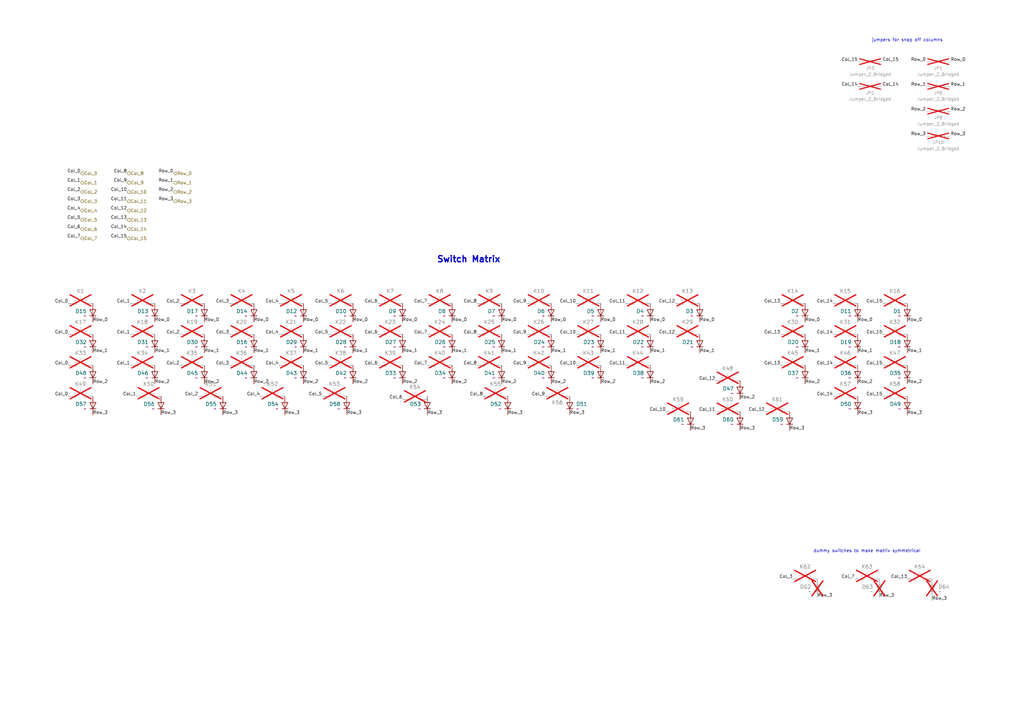
<source format=kicad_sch>
(kicad_sch (version 20231120) (generator "eeschema") (generator_version "8.0")
  (paper "A3")
  (title_block (date "2024-09-22") (rev "3") (comment 1 "Author: kevontheweb"))
  (lib_symbols
    (symbol "Device:D" (pin_numbers hide) (pin_names (offset 1.016) hide)
      (property "Reference" "D" (at 0 2.54 0))
      (property "Value" "D" (at 0 -2.54 0))
      (symbol "D_1_1"
        (pin passive line (at -3.81 0 0) (length 2.54) (name "K") (number "1"))
        (pin passive line (at 3.81 0 180) (length 2.54) (name "A") (number "2"))
      )
    )
    (symbol "Jumper:Jumper_2_Bridged" (pin_numbers hide) (pin_names (offset 0) hide) (exclude_from_sim yes)
      (property "Reference" "JP" (at 0 1.905 0))
      (property "Value" "Jumper_2_Bridged" (at 0 -2.54 0))
      (symbol "Jumper_2_Bridged_1_1"
        (pin passive line (at -5.08 0 0) (length 2.54) (name "A") (number "1"))
        (pin passive line (at 5.08 0 180) (length 2.54) (name "B") (number "2"))
      )
    )
    (symbol "Switch:SW_Push" (pin_numbers hide) (pin_names (offset 1.016) hide)
      (property "Reference" "SW" (at 1.27 2.54 0))
      (property "Value" "SW_Push" (at 0 -1.524 0))
      (symbol "SW_Push_0_1"
        (pin passive line (at -5.08 0 0) (length 2.54) (name "1") (number "1"))
        (pin passive line (at 5.08 0 180) (length 2.54) (name "2") (number "2"))
      )
    )
  )
  (wire (pts (xy 382.27 246.38) (xy 382.27 245.11)))
  (wire (pts (xy 175.26 163.83) (xy 175.26 162.56)))
  (text "Switch Matrix" (at 179.07 107.95 0) (effects (font (size 2.54 2.54) (thickness 0.508) (bold yes)) (justify left bottom)))
  (text "dummy switches to make matrix symmetrical" (at 355.6 226.06 0) (effects (font (size 1.27 1.27))))
  (text "jumpers for snap off columns\n" (at 372.11 16.51 0) (effects (font (size 1.27 1.27))))
  (label "Row_2" (at 144.78 157.48 0))
  (label "Row_1" (at 185.42 144.78 0))
  (label "Row_0" (at 246.38 132.08 0))
  (label "Row_0" (at 83.82 132.08 0))
  (label "Row_1" (at 330.2 144.78 0))
  (label "Row_3" (at 389.89 55.88 0))
  (label "Row_3" (at 372.11 170.18 0))
  (label "Row_3" (at 360.68 245.11 0))
  (label "Col_9" (at 215.9 124.46 180))
  (label "Row_3" (at 71.12 82.55 180))
  (label "Col_10" (at 236.22 149.86 180))
  (label "Col_9" (at 223.52 162.56 180))
  (label "Col_2" (at 73.66 137.16 180))
  (label "Row_0" (at 205.74 132.08 0))
  (label "Col_7" (at 33.02 97.79 180))
  (label "Col_14" (at 52.07 93.98 180))
  (label "Col_12" (at 293.37 156.21 180))
  (label "Row_1" (at 287.02 144.78 0))
  (label "Row_2" (at 71.12 78.74 180))
  (label "Col_10" (at 236.22 137.16 180))
  (label "Col_14" (at 341.63 162.56 180))
  (label "Col_6" (at 165.1 163.83 180))
  (label "Row_2" (at 303.53 163.83 0))
  (label "Row_2" (at 83.82 157.48 0))
  (label "Row_3" (at 175.26 170.18 0))
  (label "Col_14" (at 341.63 124.46 180))
  (label "Col_10" (at 273.05 168.91 180))
  (label "Col_15" (at 361.95 162.56 180))
  (label "Col_10" (at 236.22 124.46 180))
  (label "Row_1" (at 372.11 144.78 0))
  (label "Row_3" (at 379.73 55.88 180))
  (label "Row_1" (at 389.89 35.56 0))
  (label "Row_3" (at 335.28 245.11 0))
  (label "Row_2" (at 266.7 157.48 0))
  (label "Row_1" (at 144.78 144.78 0))
  (label "Col_4" (at 114.3 137.16 180))
  (label "Col_12" (at 52.07 86.36 180))
  (label "Col_7" (at 175.26 124.46 180))
  (label "Row_1" (at 205.74 144.78 0))
  (label "Row_1" (at 124.46 144.78 0))
  (label "Row_0" (at 165.1 132.08 0))
  (label "Col_1" (at 53.34 149.86 180))
  (label "Col_5" (at 134.62 149.86 180))
  (label "Col_2" (at 73.66 149.86 180))
  (label "Row_2" (at 379.73 45.72 180))
  (label "Row_1" (at 83.82 144.78 0))
  (label "Col_4" (at 33.02 86.36 180))
  (label "Row_0" (at 266.7 132.08 0))
  (label "Row_2" (at 330.2 157.48 0))
  (label "Row_2" (at 124.46 157.48 0))
  (label "Col_15" (at 351.79 25.4 180))
  (label "Col_14" (at 361.95 35.56 0))
  (label "Col_9" (at 52.07 74.93 180))
  (label "Col_11" (at 256.54 149.86 180))
  (label "Col_0" (at 27.94 137.16 180))
  (label "Col_14" (at 341.63 149.86 180))
  (label "Row_1" (at 226.06 144.78 0))
  (label "Col_15" (at 361.95 137.16 180))
  (label "Row_0" (at 104.14 132.08 0))
  (label "Row_3" (at 351.79 170.18 0))
  (label "Col_6" (at 33.02 93.98 180))
  (label "Row_2" (at 38.1 157.48 0))
  (label "Col_0" (at 27.94 124.46 180))
  (label "Col_3" (at 33.02 82.55 180))
  (label "Row_2" (at 165.1 157.48 0))
  (label "Row_3" (at 323.85 176.53 0))
  (label "Row_2" (at 226.06 157.48 0))
  (label "Col_15" (at 361.95 149.86 180))
  (label "Col_7" (at 175.26 149.86 180))
  (label "Row_0" (at 372.11 132.08 0))
  (label "Col_3" (at 93.98 137.16 180))
  (label "Col_15" (at 52.07 97.79 180))
  (label "Row_1" (at 165.1 144.78 0))
  (label "Col_4" (at 106.68 162.56 180))
  (label "Row_2" (at 104.14 157.48 0))
  (label "Row_2" (at 185.42 157.48 0))
  (label "Col_9" (at 215.9 137.16 180))
  (label "Col_2" (at 33.02 78.74 180))
  (label "Col_15" (at 361.95 25.4 0))
  (label "Row_1" (at 266.7 144.78 0))
  (label "Row_0" (at 63.5 132.08 0))
  (label "Col_5" (at 132.08 162.56 180))
  (label "Col_7" (at 175.26 137.16 180))
  (label "Col_0" (at 27.94 162.56 180))
  (label "Row_3" (at 283.21 176.53 0))
  (label "Col_8" (at 195.58 137.16 180))
  (label "Row_0" (at 389.89 25.4 0))
  (label "Row_3" (at 233.68 170.18 0))
  (label "Row_2" (at 372.11 157.48 0))
  (label "Col_1" (at 53.34 124.46 180))
  (label "Col_7" (at 350.52 237.49 180))
  (label "Row_2" (at 63.5 157.48 0))
  (label "Row_3" (at 382.27 246.38 0))
  (label "Col_3" (at 93.98 149.86 180))
  (label "Col_0" (at 33.02 71.12 180))
  (label "Row_1" (at 71.12 74.93 180))
  (label "Col_12" (at 276.86 124.46 180))
  (label "Row_1" (at 246.38 144.78 0))
  (label "Col_6" (at 154.94 137.16 180))
  (label "Row_0" (at 226.06 132.08 0))
  (label "Col_11" (at 256.54 137.16 180))
  (label "Col_13" (at 320.04 149.86 180))
  (label "Col_13" (at 52.07 90.17 180))
  (label "Row_1" (at 63.5 144.78 0))
  (label "Row_3" (at 116.84 170.18 0))
  (label "Col_10" (at 52.07 78.74 180))
  (label "Col_13" (at 320.04 124.46 180))
  (label "Row_0" (at 330.2 132.08 0))
  (label "Col_15" (at 361.95 124.46 180))
  (label "Row_3" (at 303.53 176.53 0))
  (label "Col_3" (at 325.12 237.49 180))
  (label "Row_1" (at 379.73 35.56 180))
  (label "Row_3" (at 91.44 170.18 0))
  (label "Row_0" (at 351.79 132.08 0))
  (label "Row_0" (at 144.78 132.08 0))
  (label "Col_5" (at 33.02 90.17 180))
  (label "Col_11" (at 293.37 168.91 180))
  (label "Col_3" (at 93.98 124.46 180))
  (label "Row_1" (at 38.1 144.78 0))
  (label "Row_3" (at 66.04 170.18 0))
  (label "Col_8" (at 198.12 162.56 180))
  (label "Row_3" (at 142.24 170.18 0))
  (label "Col_1" (at 33.02 74.93 180))
  (label "Row_0" (at 185.42 132.08 0))
  (label "Col_6" (at 154.94 149.86 180))
  (label "Col_14" (at 341.63 137.16 180))
  (label "Row_2" (at 246.38 157.48 0))
  (label "Col_5" (at 134.62 137.16 180))
  (label "Row_3" (at 208.28 170.18 0))
  (label "Row_2" (at 205.74 157.48 0))
  (label "Col_14" (at 351.79 35.56 180))
  (label "Row_0" (at 71.12 71.12 180))
  (label "Col_6" (at 154.94 124.46 180))
  (label "Row_0" (at 124.46 132.08 0))
  (label "Col_13" (at 320.04 137.16 180))
  (label "Row_1" (at 104.14 144.78 0))
  (label "Col_4" (at 114.3 124.46 180))
  (label "Col_9" (at 215.9 149.86 180))
  (label "Col_13" (at 372.11 237.49 180))
  (label "Col_4" (at 114.3 149.86 180))
  (label "Row_2" (at 351.79 157.48 0))
  (label "Col_12" (at 276.86 137.16 180))
  (label "Col_11" (at 52.07 82.55 180))
  (label "Col_5" (at 134.62 124.46 180))
  (label "Col_12" (at 313.69 168.91 180))
  (label "Row_0" (at 379.73 25.4 180))
  (label "Row_0" (at 287.02 132.08 0))
  (label "Col_8" (at 195.58 124.46 180))
  (label "Row_0" (at 38.1 132.08 0))
  (label "Row_1" (at 351.79 144.78 0))
  (label "Row_2" (at 389.89 45.72 0))
  (label "Col_8" (at 195.58 149.86 180))
  (label "Row_3" (at 38.1 170.18 0))
  (label "Col_1" (at 55.88 162.56 180))
  (label "Col_8" (at 52.07 71.12 180))
  (label "Col_11" (at 256.54 124.46 180))
  (label "Col_2" (at 81.28 162.56 180))
  (label "Col_1" (at 53.34 137.16 180))
  (label "Col_0" (at 27.94 149.86 180))
  (label "Col_2" (at 73.66 124.46 180))
  (hierarchical_label "Row_0" (shape input) (at 71.12 71.12 0))
  (hierarchical_label "Col_8" (shape input) (at 52.07 71.12 0))
  (hierarchical_label "Col_4" (shape input) (at 33.02 86.36 0))
  (hierarchical_label "Col_10" (shape input) (at 52.07 78.74 0))
  (hierarchical_label "Col_2" (shape input) (at 33.02 78.74 0))
  (hierarchical_label "Col_0" (shape input) (at 33.02 71.12 0))
  (hierarchical_label "Col_15" (shape input) (at 52.07 97.79 0))
  (hierarchical_label "Col_12" (shape input) (at 52.07 86.36 0))
  (hierarchical_label "Row_2" (shape input) (at 71.12 78.74 0))
  (hierarchical_label "Row_1" (shape input) (at 71.12 74.93 0))
  (hierarchical_label "Row_3" (shape input) (at 71.12 82.55 0))
  (hierarchical_label "Col_7" (shape input) (at 33.02 97.79 0))
  (hierarchical_label "Col_3" (shape input) (at 33.02 82.55 0))
  (hierarchical_label "Col_1" (shape input) (at 33.02 74.93 0))
  (hierarchical_label "Col_6" (shape input) (at 33.02 93.98 0))
  (hierarchical_label "Col_5" (shape input) (at 33.02 90.17 0))
  (hierarchical_label "Col_9" (shape input) (at 52.07 74.93 0))
  (hierarchical_label "Col_11" (shape input) (at 52.07 82.55 0))
  (hierarchical_label "Col_13" (shape input) (at 52.07 90.17 0))
  (hierarchical_label "Col_14" (shape input) (at 52.07 93.98 0))
  (symbol (lib_id "Device:D") (at 38.1 153.67 90) (unit 1)
    (property "Reference" "D48" (at 35.56 153.0349 90) (effects (font (size 1.524 1.524)) (justify left)))
    (property "Value" "1N4148W" (effects (hide yes)))
    (property "Footprint" "Diode_SMD:D_SOD-123" (effects (hide yes)))
    (property "Datasheet" "~" (at 35.56 154.94 90) (effects (font (size 1.524 1.524)) (justify left)))
    (property "Description" "Diode" (effects (hide yes)))
    (property "Sim.Device" "D" (effects (hide yes)))
    (property "Sim.Pins" "1=K 2=A" (effects (hide yes)))
    (property "LCSC" "C81598" (effects (hide yes)))
    (property "MPN" "1N4148W" (effects (hide yes)))
    (property "Manufacturer" "ST(Semtech)" (effects (hide yes)))
    (property "Type" "SMD" (effects (hide yes)))
  )
  (symbol (lib_id "Jumper:Jumper_2_Bridged") (at 356.87 35.56 0) (unit 1) (exclude_from_sim yes) (in_bom no) (dnp yes)
    (property "Reference" "JP2" (at 356.87 38.1 0))
    (property "Value" "Jumper_2_Bridged" (at 356.87 40.64 0))
    (property "Footprint" "Jumper:SolderJumper-2_P1.3mm_Open_RoundedPad1.0x1.5mm" (effects (hide yes)))
    (property "Description" "Jumper, 2-pole, closed/bridged" (effects (hide yes)))
    (property "MPN" "DNP" (effects (hide yes)))
  )
  (symbol (lib_id "Device:D") (at 372.11 128.27 90) (unit 1)
    (property "Reference" "D1" (at 369.57 127.6349 90) (effects (font (size 1.524 1.524)) (justify left)))
    (property "Value" "1N4148W" (effects (hide yes)))
    (property "Footprint" "Diode_SMD:D_SOD-123" (effects (hide yes)))
    (property "Datasheet" "~" (at 369.57 129.54 90) (effects (font (size 1.524 1.524)) (justify left)))
    (property "Description" "Diode" (effects (hide yes)))
    (property "Sim.Device" "D" (effects (hide yes)))
    (property "Sim.Pins" "1=K 2=A" (effects (hide yes)))
    (property "LCSC" "C81598" (effects (hide yes)))
    (property "MPN" "1N4148W" (effects (hide yes)))
    (property "Manufacturer" "ST(Semtech)" (effects (hide yes)))
    (property "Type" "SMD" (effects (hide yes)))
  )
  (symbol (lib_id "Switch:SW_Push") (at 330.2 237.49 0) (unit 1) (in_bom no) (on_board no) (dnp yes)
    (property "Reference" "K62" (at 330.2 232.41 0) (effects (font (size 1.524 1.524))))
    (property "Value" "Kailh Hotswap Socket" (effects (hide yes)))
    (property "Footprint" "PCM_Switch_Keyboard_Hotswap_Kailh:SW_Hotswap_Kailh_MX_Plated" (effects (hide yes)))
    (property "Digikey" "1528-4958-ND" (effects (hide yes)))
    (property "MPN" "4958" (effects (hide yes)))
    (property "Manufacturer" "Adafruit" (effects (hide yes)))
    (property "Type" "SMD" (effects (hide yes)))
    (property "Comment" "Do Not Substitute" (effects (hide yes)))
  )
  (symbol (lib_id "Switch:SW_Push") (at 180.34 149.86 0) (unit 1) (dnp yes)
    (property "Reference" "K40" (at 180.34 144.78 0) (effects (font (size 1.524 1.524))))
    (property "Value" "Kailh Hotswap Socket" (effects (hide yes)))
    (property "Footprint" "PCM_Switch_Keyboard_Hotswap_Kailh:SW_Hotswap_Kailh_MX_Plated" (effects (hide yes)))
    (property "Digikey" "1528-4958-ND" (effects (hide yes)))
    (property "MPN" "4958" (effects (hide yes)))
    (property "Manufacturer" "Adafruit" (effects (hide yes)))
    (property "Type" "SMD" (effects (hide yes)))
    (property "Comment" "Do Not Substitute" (effects (hide yes)))
  )
  (symbol (lib_id "Switch:SW_Push") (at 241.3 137.16 0) (unit 1) (dnp yes)
    (property "Reference" "K27" (at 241.3 132.08 0) (effects (font (size 1.524 1.524))))
    (property "Value" "Kailh Hotswap Socket" (effects (hide yes)))
    (property "Footprint" "PCM_Switch_Keyboard_Hotswap_Kailh:SW_Hotswap_Kailh_MX_Plated" (effects (hide yes)))
    (property "Digikey" "1528-4958-ND" (effects (hide yes)))
    (property "MPN" "4958" (effects (hide yes)))
    (property "Manufacturer" "Adafruit" (effects (hide yes)))
    (property "Type" "SMD" (effects (hide yes)))
    (property "Comment" "Do Not Substitute" (effects (hide yes)))
  )
  (symbol (lib_id "Switch:SW_Push") (at 367.03 149.86 0) (unit 1) (dnp yes)
    (property "Reference" "K47" (at 367.03 144.78 0) (effects (font (size 1.524 1.524))))
    (property "Value" "Kailh Hotswap Socket" (effects (hide yes)))
    (property "Footprint" "PCM_Switch_Keyboard_Hotswap_Kailh:SW_Hotswap_Kailh_MX_Plated" (effects (hide yes)))
    (property "Digikey" "1528-4958-ND" (effects (hide yes)))
    (property "MPN" "4958" (effects (hide yes)))
    (property "Manufacturer" "Adafruit" (effects (hide yes)))
    (property "Type" "SMD" (effects (hide yes)))
    (property "Comment" "Do Not Substitute" (effects (hide yes)))
  )
  (symbol (lib_id "Switch:SW_Push") (at 119.38 137.16 0) (unit 1) (dnp yes)
    (property "Reference" "K21" (at 119.38 132.08 0) (effects (font (size 1.524 1.524))))
    (property "Value" "Kailh Hotswap Socket" (effects (hide yes)))
    (property "Footprint" "PCM_Switch_Keyboard_Hotswap_Kailh:SW_Hotswap_Kailh_MX_Plated" (effects (hide yes)))
    (property "Digikey" "1528-4958-ND" (effects (hide yes)))
    (property "MPN" "4958" (effects (hide yes)))
    (property "Manufacturer" "Adafruit" (effects (hide yes)))
    (property "Type" "SMD" (effects (hide yes)))
    (property "Comment" "Do Not Substitute" (effects (hide yes)))
  )
  (symbol (lib_id "Switch:SW_Push") (at 220.98 137.16 0) (unit 1) (dnp yes)
    (property "Reference" "K26" (at 220.98 132.08 0) (effects (font (size 1.524 1.524))))
    (property "Value" "Kailh Hotswap Socket" (effects (hide yes)))
    (property "Footprint" "PCM_Switch_Keyboard_Hotswap_Kailh:SW_Hotswap_Kailh_MX_Plated" (effects (hide yes)))
    (property "Digikey" "1528-4958-ND" (effects (hide yes)))
    (property "MPN" "4958" (effects (hide yes)))
    (property "Manufacturer" "Adafruit" (effects (hide yes)))
    (property "Type" "SMD" (effects (hide yes)))
    (property "Comment" "Do Not Substitute" (effects (hide yes)))
  )
  (symbol (lib_id "Device:D") (at 372.11 166.37 90) (unit 1)
    (property "Reference" "D49" (at 369.57 165.7349 90) (effects (font (size 1.524 1.524)) (justify left)))
    (property "Value" "1N4148W" (effects (hide yes)))
    (property "Footprint" "Diode_SMD:D_SOD-123" (effects (hide yes)))
    (property "Datasheet" "~" (at 369.57 167.64 90) (effects (font (size 1.524 1.524)) (justify left)))
    (property "Description" "Diode" (effects (hide yes)))
    (property "Sim.Device" "D" (effects (hide yes)))
    (property "Sim.Pins" "1=K 2=A" (effects (hide yes)))
    (property "LCSC" "C81598" (effects (hide yes)))
    (property "MPN" "1N4148W" (effects (hide yes)))
    (property "Manufacturer" "ST(Semtech)" (effects (hide yes)))
    (property "Type" "SMD" (effects (hide yes)))
  )
  (symbol (lib_id "Device:D") (at 233.68 166.37 90) (unit 1)
    (property "Reference" "D51" (at 236.22 165.7349 90) (effects (font (size 1.524 1.524)) (justify right)))
    (property "Value" "1N4148W" (effects (hide yes)))
    (property "Footprint" "Diode_SMD:D_SOD-123" (effects (hide yes)))
    (property "Datasheet" "~" (at 236.22 167.64 90) (effects (font (size 1.524 1.524)) (justify right)))
    (property "Description" "Diode" (effects (hide yes)))
    (property "Sim.Device" "D" (effects (hide yes)))
    (property "Sim.Pins" "1=K 2=A" (effects (hide yes)))
    (property "LCSC" "C81598" (effects (hide yes)))
    (property "MPN" "1N4148W" (effects (hide yes)))
    (property "Manufacturer" "ST(Semtech)" (effects (hide yes)))
    (property "Type" "SMD" (effects (hide yes)))
  )
  (symbol (lib_id "Jumper:Jumper_2_Bridged") (at 356.87 25.4 0) (unit 1) (exclude_from_sim yes) (in_bom no) (dnp yes)
    (property "Reference" "JP3" (at 356.87 27.94 0))
    (property "Value" "Jumper_2_Bridged" (at 356.87 30.48 0))
    (property "Footprint" "Jumper:SolderJumper-2_P1.3mm_Open_RoundedPad1.0x1.5mm" (effects (hide yes)))
    (property "Description" "Jumper, 2-pole, closed/bridged" (effects (hide yes)))
    (property "MPN" "DNP" (effects (hide yes)))
  )
  (symbol (lib_id "Switch:SW_Push") (at 325.12 124.46 0) (unit 1) (dnp yes)
    (property "Reference" "K14" (at 325.12 119.38 0) (effects (font (size 1.524 1.524))))
    (property "Value" "Kailh Hotswap Socket" (effects (hide yes)))
    (property "Footprint" "PCM_Switch_Keyboard_Hotswap_Kailh:SW_Hotswap_Kailh_MX_Plated" (effects (hide yes)))
    (property "Digikey" "1528-4958-ND" (effects (hide yes)))
    (property "MPN" "4958" (effects (hide yes)))
    (property "Manufacturer" "Adafruit" (effects (hide yes)))
    (property "Type" "SMD" (effects (hide yes)))
    (property "Comment" "Do Not Substitute" (effects (hide yes)))
  )
  (symbol (lib_id "Switch:SW_Push") (at 298.45 156.21 0) (unit 1) (dnp yes)
    (property "Reference" "K48" (at 298.45 151.13 0) (effects (font (size 1.524 1.524))))
    (property "Value" "Kailh Hotswap Socket" (effects (hide yes)))
    (property "Footprint" "PCM_Switch_Keyboard_Hotswap_Kailh:SW_Hotswap_Kailh_MX_Plated" (effects (hide yes)))
    (property "Digikey" "1528-4958-ND" (effects (hide yes)))
    (property "MPN" "4958" (effects (hide yes)))
    (property "Manufacturer" "Adafruit" (effects (hide yes)))
    (property "Type" "SMD" (effects (hide yes)))
    (property "Comment" "Do Not Substitute" (effects (hide yes)))
  )
  (symbol (lib_id "Switch:SW_Push") (at 325.12 137.16 0) (unit 1) (dnp yes)
    (property "Reference" "K30" (at 325.12 132.08 0) (effects (font (size 1.524 1.524))))
    (property "Value" "Kailh Hotswap Socket" (effects (hide yes)))
    (property "Footprint" "PCM_Switch_Keyboard_Hotswap_Kailh:SW_Hotswap_Kailh_MX_Plated" (effects (hide yes)))
    (property "Digikey" "1528-4958-ND" (effects (hide yes)))
    (property "MPN" "4958" (effects (hide yes)))
    (property "Manufacturer" "Adafruit" (effects (hide yes)))
    (property "Type" "SMD" (effects (hide yes)))
    (property "Comment" "Do Not Substitute" (effects (hide yes)))
  )
  (symbol (lib_id "Switch:SW_Push") (at 355.6 237.49 0) (unit 1) (in_bom no) (on_board no) (dnp yes)
    (property "Reference" "K63" (at 355.6 232.41 0) (effects (font (size 1.524 1.524))))
    (property "Value" "Kailh Hotswap Socket" (effects (hide yes)))
    (property "Footprint" "PCM_Switch_Keyboard_Hotswap_Kailh:SW_Hotswap_Kailh_MX_Plated" (effects (hide yes)))
    (property "Digikey" "1528-4958-ND" (effects (hide yes)))
    (property "MPN" "4958" (effects (hide yes)))
    (property "Manufacturer" "Adafruit" (effects (hide yes)))
    (property "Type" "SMD" (effects (hide yes)))
    (property "Comment" "Do Not Substitute" (effects (hide yes)))
  )
  (symbol (lib_id "Device:D") (at 104.14 153.67 90) (unit 1)
    (property "Reference" "D44" (at 101.6 153.0349 90) (effects (font (size 1.524 1.524)) (justify left)))
    (property "Value" "1N4148W" (effects (hide yes)))
    (property "Footprint" "Diode_SMD:D_SOD-123" (effects (hide yes)))
    (property "Datasheet" "~" (at 101.6 154.94 90) (effects (font (size 1.524 1.524)) (justify left)))
    (property "Description" "Diode" (effects (hide yes)))
    (property "Sim.Device" "D" (effects (hide yes)))
    (property "Sim.Pins" "1=K 2=A" (effects (hide yes)))
    (property "LCSC" "C81598" (effects (hide yes)))
    (property "MPN" "1N4148W" (effects (hide yes)))
    (property "Manufacturer" "ST(Semtech)" (effects (hide yes)))
    (property "Type" "SMD" (effects (hide yes)))
  )
  (symbol (lib_id "Device:D") (at 303.53 160.02 90) (unit 1)
    (property "Reference" "D47" (at 300.99 159.3849 90) (effects (font (size 1.524 1.524)) (justify left)))
    (property "Value" "1N4148W" (effects (hide yes)))
    (property "Footprint" "Diode_SMD:D_SOD-123" (effects (hide yes)))
    (property "Datasheet" "~" (at 300.99 161.29 90) (effects (font (size 1.524 1.524)) (justify left)))
    (property "Description" "Diode" (effects (hide yes)))
    (property "Sim.Device" "D" (effects (hide yes)))
    (property "Sim.Pins" "1=K 2=A" (effects (hide yes)))
    (property "LCSC" "C81598" (effects (hide yes)))
    (property "MPN" "1N4148W" (effects (hide yes)))
    (property "Manufacturer" "ST(Semtech)" (effects (hide yes)))
    (property "Type" "SMD" (effects (hide yes)))
  )
  (symbol (lib_id "Device:D") (at 63.5 153.67 90) (unit 1)
    (property "Reference" "D46" (at 60.96 153.0349 90) (effects (font (size 1.524 1.524)) (justify left)))
    (property "Value" "1N4148W" (effects (hide yes)))
    (property "Footprint" "Diode_SMD:D_SOD-123" (effects (hide yes)))
    (property "Datasheet" "~" (at 60.96 154.94 90) (effects (font (size 1.524 1.524)) (justify left)))
    (property "Description" "Diode" (effects (hide yes)))
    (property "Sim.Device" "D" (effects (hide yes)))
    (property "Sim.Pins" "1=K 2=A" (effects (hide yes)))
    (property "LCSC" "C81598" (effects (hide yes)))
    (property "MPN" "1N4148W" (effects (hide yes)))
    (property "Manufacturer" "ST(Semtech)" (effects (hide yes)))
    (property "Type" "SMD" (effects (hide yes)))
  )
  (symbol (lib_id "Device:D") (at 104.14 140.97 90) (unit 1)
    (property "Reference" "D16" (at 101.6 140.3349 90) (effects (font (size 1.524 1.524)) (justify left)))
    (property "Value" "1N4148W" (effects (hide yes)))
    (property "Footprint" "Diode_SMD:D_SOD-123" (effects (hide yes)))
    (property "Datasheet" "~" (at 101.6 142.24 90) (effects (font (size 1.524 1.524)) (justify left)))
    (property "Description" "Diode" (effects (hide yes)))
    (property "Sim.Device" "D" (effects (hide yes)))
    (property "Sim.Pins" "1=K 2=A" (effects (hide yes)))
    (property "LCSC" "C81598" (effects (hide yes)))
    (property "MPN" "1N4148W" (effects (hide yes)))
    (property "Manufacturer" "ST(Semtech)" (effects (hide yes)))
    (property "Type" "SMD" (effects (hide yes)))
  )
  (symbol (lib_id "Device:D") (at 226.06 153.67 90) (unit 1)
    (property "Reference" "D40" (at 223.52 153.0349 90) (effects (font (size 1.524 1.524)) (justify left)))
    (property "Value" "1N4148W" (effects (hide yes)))
    (property "Footprint" "Diode_SMD:D_SOD-123" (effects (hide yes)))
    (property "Datasheet" "~" (at 223.52 154.94 90) (effects (font (size 1.524 1.524)) (justify left)))
    (property "Description" "Diode" (effects (hide yes)))
    (property "Sim.Device" "D" (effects (hide yes)))
    (property "Sim.Pins" "1=K 2=A" (effects (hide yes)))
    (property "LCSC" "C81598" (effects (hide yes)))
    (property "MPN" "1N4148W" (effects (hide yes)))
    (property "Manufacturer" "ST(Semtech)" (effects (hide yes)))
    (property "Type" "SMD" (effects (hide yes)))
  )
  (symbol (lib_id "Device:D") (at 205.74 153.67 90) (unit 1)
    (property "Reference" "D41" (at 203.2 153.0349 90) (effects (font (size 1.524 1.524)) (justify left)))
    (property "Value" "1N4148W" (effects (hide yes)))
    (property "Footprint" "Diode_SMD:D_SOD-123" (effects (hide yes)))
    (property "Datasheet" "~" (at 203.2 154.94 90) (effects (font (size 1.524 1.524)) (justify left)))
    (property "Description" "Diode" (effects (hide yes)))
    (property "Sim.Device" "D" (effects (hide yes)))
    (property "Sim.Pins" "1=K 2=A" (effects (hide yes)))
    (property "LCSC" "C81598" (effects (hide yes)))
    (property "MPN" "1N4148W" (effects (hide yes)))
    (property "Manufacturer" "ST(Semtech)" (effects (hide yes)))
    (property "Type" "SMD" (effects (hide yes)))
  )
  (symbol (lib_id "Device:D") (at 351.79 140.97 90) (unit 1)
    (property "Reference" "D19" (at 349.25 140.3349 90) (effects (font (size 1.524 1.524)) (justify left)))
    (property "Value" "1N4148W" (effects (hide yes)))
    (property "Footprint" "Diode_SMD:D_SOD-123" (effects (hide yes)))
    (property "Datasheet" "~" (at 349.25 142.24 90) (effects (font (size 1.524 1.524)) (justify left)))
    (property "Description" "Diode" (effects (hide yes)))
    (property "Sim.Device" "D" (effects (hide yes)))
    (property "Sim.Pins" "1=K 2=A" (effects (hide yes)))
    (property "LCSC" "C81598" (effects (hide yes)))
    (property "MPN" "1N4148W" (effects (hide yes)))
    (property "Manufacturer" "ST(Semtech)" (effects (hide yes)))
    (property "Type" "SMD" (effects (hide yes)))
  )
  (symbol (lib_id "Switch:SW_Push") (at 278.13 168.91 0) (unit 1) (dnp yes)
    (property "Reference" "K59" (at 278.13 163.83 0) (effects (font (size 1.524 1.524))))
    (property "Value" "Kailh Hotswap Socket" (effects (hide yes)))
    (property "Footprint" "PCM_Switch_Keyboard_Hotswap_Kailh:SW_Hotswap_Kailh_MX_Plated" (effects (hide yes)))
    (property "Digikey" "1528-4958-ND" (effects (hide yes)))
    (property "MPN" "4958" (effects (hide yes)))
    (property "Manufacturer" "Adafruit" (effects (hide yes)))
    (property "Type" "SMD" (effects (hide yes)))
    (property "Comment" "Do Not Substitute" (effects (hide yes)))
  )
  (symbol (lib_id "Device:D") (at 124.46 140.97 90) (unit 1)
    (property "Reference" "D29" (at 121.92 140.3349 90) (effects (font (size 1.524 1.524)) (justify left)))
    (property "Value" "1N4148W" (effects (hide yes)))
    (property "Footprint" "Diode_SMD:D_SOD-123" (effects (hide yes)))
    (property "Datasheet" "~" (at 121.92 142.24 90) (effects (font (size 1.524 1.524)) (justify left)))
    (property "Description" "Diode" (effects (hide yes)))
    (property "Sim.Device" "D" (effects (hide yes)))
    (property "Sim.Pins" "1=K 2=A" (effects (hide yes)))
    (property "LCSC" "C81598" (effects (hide yes)))
    (property "MPN" "1N4148W" (effects (hide yes)))
    (property "Manufacturer" "ST(Semtech)" (effects (hide yes)))
    (property "Type" "SMD" (effects (hide yes)))
  )
  (symbol (lib_id "Switch:SW_Push") (at 78.74 149.86 0) (unit 1) (dnp yes)
    (property "Reference" "K35" (at 78.74 144.78 0) (effects (font (size 1.524 1.524))))
    (property "Value" "Kailh Hotswap Socket" (effects (hide yes)))
    (property "Footprint" "PCM_Switch_Keyboard_Hotswap_Kailh:SW_Hotswap_Kailh_MX_Plated" (effects (hide yes)))
    (property "Digikey" "1528-4958-ND" (effects (hide yes)))
    (property "MPN" "4958" (effects (hide yes)))
    (property "Manufacturer" "Adafruit" (effects (hide yes)))
    (property "Type" "SMD" (effects (hide yes)))
    (property "Comment" "Do Not Substitute" (effects (hide yes)))
  )
  (symbol (lib_id "Device:D") (at 382.27 241.3 90) (unit 1) (in_bom no) (on_board no) (dnp yes)
    (property "Reference" "D64" (at 384.81 240.6649 90) (effects (font (size 1.524 1.524)) (justify right)))
    (property "Value" "D" (effects (hide yes)))
    (property "Footprint" "Diode_SMD:D_0805_2012Metric_Pad1.15x1.40mm_HandSolder" (effects (hide yes)))
    (property "Datasheet" "~" (at 384.81 242.57 90) (effects (font (size 1.524 1.524)) (justify right)))
    (property "Description" "Diode" (effects (hide yes)))
    (property "Sim.Device" "D" (effects (hide yes)))
    (property "Sim.Pins" "1=K 2=A" (effects (hide yes)))
    (property "MPN" "DNP" (effects (hide yes)))
    (property "Type" "DNS" (effects (hide yes)))
  )
  (symbol (lib_id "Switch:SW_Push") (at 228.6 162.56 0) (unit 1) (dnp yes)
    (property "Reference" "K56" (at 228.6 165.1 0) (effects (font (size 1.524 1.524))))
    (property "Value" "Kailh Hotswap Socket" (effects (hide yes)))
    (property "Footprint" "PCM_Switch_Keyboard_Hotswap_Kailh:SW_Hotswap_Kailh_MX_Plated_1.25u" (effects (hide yes)))
    (property "Digikey" "1528-4958-ND" (effects (hide yes)))
    (property "MPN" "4958" (effects (hide yes)))
    (property "Manufacturer" "Adafruit" (effects (hide yes)))
    (property "Type" "SMD" (effects (hide yes)))
    (property "Comment" "Do Not Substitute" (effects (hide yes)))
  )
  (symbol (lib_id "Switch:SW_Push") (at 367.03 124.46 0) (unit 1) (dnp yes)
    (property "Reference" "K16" (at 367.03 119.38 0) (effects (font (size 1.524 1.524))))
    (property "Value" "Kailh Hotswap Socket" (effects (hide yes)))
    (property "Footprint" "PCM_Switch_Keyboard_Hotswap_Kailh:SW_Hotswap_Kailh_MX_Plated" (effects (hide yes)))
    (property "Digikey" "1528-4958-ND" (effects (hide yes)))
    (property "MPN" "4958" (effects (hide yes)))
    (property "Manufacturer" "Adafruit" (effects (hide yes)))
    (property "Type" "SMD" (effects (hide yes)))
    (property "Comment" "Do Not Substitute" (effects (hide yes)))
  )
  (symbol (lib_id "Switch:SW_Push") (at 325.12 149.86 0) (unit 1) (dnp yes)
    (property "Reference" "K45" (at 325.12 144.78 0) (effects (font (size 1.524 1.524))))
    (property "Value" "Kailh Hotswap Socket" (effects (hide yes)))
    (property "Footprint" "PCM_Switch_Keyboard_Hotswap_Kailh:SW_Hotswap_Kailh_MX_Plated" (effects (hide yes)))
    (property "Digikey" "1528-4958-ND" (effects (hide yes)))
    (property "MPN" "4958" (effects (hide yes)))
    (property "Manufacturer" "Adafruit" (effects (hide yes)))
    (property "Type" "SMD" (effects (hide yes)))
    (property "Comment" "Do Not Substitute" (effects (hide yes)))
  )
  (symbol (lib_id "Device:D") (at 246.38 128.27 90) (unit 1)
    (property "Reference" "D5" (at 243.84 127.6349 90) (effects (font (size 1.524 1.524)) (justify left)))
    (property "Value" "1N4148W" (effects (hide yes)))
    (property "Footprint" "Diode_SMD:D_SOD-123" (effects (hide yes)))
    (property "Datasheet" "~" (at 243.84 129.54 90) (effects (font (size 1.524 1.524)) (justify left)))
    (property "Description" "Diode" (effects (hide yes)))
    (property "Sim.Device" "D" (effects (hide yes)))
    (property "Sim.Pins" "1=K 2=A" (effects (hide yes)))
    (property "LCSC" "C81598" (effects (hide yes)))
    (property "MPN" "1N4148W" (effects (hide yes)))
    (property "Manufacturer" "ST(Semtech)" (effects (hide yes)))
    (property "Type" "SMD" (effects (hide yes)))
  )
  (symbol (lib_id "Device:D") (at 335.28 241.3 90) (unit 1) (in_bom no) (on_board no) (dnp yes)
    (property "Reference" "D62" (at 332.74 240.6649 90) (effects (font (size 1.524 1.524)) (justify left)))
    (property "Value" "D" (effects (hide yes)))
    (property "Footprint" "Diode_SMD:D_0805_2012Metric_Pad1.15x1.40mm_HandSolder" (effects (hide yes)))
    (property "Datasheet" "~" (at 332.74 242.57 90) (effects (font (size 1.524 1.524)) (justify left)))
    (property "Description" "Diode" (effects (hide yes)))
    (property "Sim.Device" "D" (effects (hide yes)))
    (property "Sim.Pins" "1=K 2=A" (effects (hide yes)))
    (property "MPN" "DNP" (effects (hide yes)))
    (property "Type" "DNS" (effects (hide yes)))
  )
  (symbol (lib_id "Device:D") (at 63.5 128.27 90) (unit 1)
    (property "Reference" "D13" (at 60.96 127.6349 90) (effects (font (size 1.524 1.524)) (justify left)))
    (property "Value" "1N4148W" (effects (hide yes)))
    (property "Footprint" "Diode_SMD:D_SOD-123" (effects (hide yes)))
    (property "Datasheet" "~" (at 60.96 129.54 90) (effects (font (size 1.524 1.524)) (justify left)))
    (property "Description" "Diode" (effects (hide yes)))
    (property "Sim.Device" "D" (effects (hide yes)))
    (property "Sim.Pins" "1=K 2=A" (effects (hide yes)))
    (property "LCSC" "C81598" (effects (hide yes)))
    (property "MPN" "1N4148W" (effects (hide yes)))
    (property "Manufacturer" "ST(Semtech)" (effects (hide yes)))
    (property "Type" "SMD" (effects (hide yes)))
  )
  (symbol (lib_id "Device:D") (at 144.78 128.27 90) (unit 1)
    (property "Reference" "D10" (at 142.24 127.6349 90) (effects (font (size 1.524 1.524)) (justify left)))
    (property "Value" "1N4148W" (effects (hide yes)))
    (property "Footprint" "Diode_SMD:D_SOD-123" (effects (hide yes)))
    (property "Datasheet" "~" (at 142.24 129.54 90) (effects (font (size 1.524 1.524)) (justify left)))
    (property "Description" "Diode" (effects (hide yes)))
    (property "Sim.Device" "D" (effects (hide yes)))
    (property "Sim.Pins" "1=K 2=A" (effects (hide yes)))
    (property "LCSC" "C81598" (effects (hide yes)))
    (property "MPN" "1N4148W" (effects (hide yes)))
    (property "Manufacturer" "ST(Semtech)" (effects (hide yes)))
    (property "Type" "SMD" (effects (hide yes)))
  )
  (symbol (lib_id "Device:D") (at 83.82 140.97 90) (unit 1)
    (property "Reference" "D30" (at 81.28 140.3349 90) (effects (font (size 1.524 1.524)) (justify left)))
    (property "Value" "1N4148W" (effects (hide yes)))
    (property "Footprint" "Diode_SMD:D_SOD-123" (effects (hide yes)))
    (property "Datasheet" "~" (at 81.28 142.24 90) (effects (font (size 1.524 1.524)) (justify left)))
    (property "Description" "Diode" (effects (hide yes)))
    (property "Sim.Device" "D" (effects (hide yes)))
    (property "Sim.Pins" "1=K 2=A" (effects (hide yes)))
    (property "LCSC" "C81598" (effects (hide yes)))
    (property "MPN" "1N4148W" (effects (hide yes)))
    (property "Manufacturer" "ST(Semtech)" (effects (hide yes)))
    (property "Type" "SMD" (effects (hide yes)))
  )
  (symbol (lib_id "Switch:SW_Push") (at 99.06 124.46 0) (unit 1) (dnp yes)
    (property "Reference" "K4" (at 99.06 119.38 0) (effects (font (size 1.524 1.524))))
    (property "Value" "Kailh Hotswap Socket" (effects (hide yes)))
    (property "Footprint" "PCM_Switch_Keyboard_Hotswap_Kailh:SW_Hotswap_Kailh_MX_Plated" (effects (hide yes)))
    (property "Digikey" "1528-4958-ND" (effects (hide yes)))
    (property "MPN" "4958" (effects (hide yes)))
    (property "Manufacturer" "Adafruit" (effects (hide yes)))
    (property "Type" "SMD" (effects (hide yes)))
    (property "Comment" "Do Not Substitute" (effects (hide yes)))
  )
  (symbol (lib_id "Switch:SW_Push") (at 33.02 137.16 0) (unit 1) (dnp yes)
    (property "Reference" "K17" (at 33.02 132.08 0) (effects (font (size 1.524 1.524))))
    (property "Value" "Kailh Hotswap Socket" (effects (hide yes)))
    (property "Footprint" "PCM_Switch_Keyboard_Hotswap_Kailh:SW_Hotswap_Kailh_MX_Plated" (effects (hide yes)))
    (property "Digikey" "1528-4958-ND" (effects (hide yes)))
    (property "MPN" "4958" (effects (hide yes)))
    (property "Manufacturer" "Adafruit" (effects (hide yes)))
    (property "Type" "SMD" (effects (hide yes)))
    (property "Comment" "Do Not Substitute" (effects (hide yes)))
  )
  (symbol (lib_id "Device:D") (at 205.74 140.97 90) (unit 1)
    (property "Reference" "D25" (at 203.2 140.3349 90) (effects (font (size 1.524 1.524)) (justify left)))
    (property "Value" "1N4148W" (effects (hide yes)))
    (property "Footprint" "Diode_SMD:D_SOD-123" (effects (hide yes)))
    (property "Datasheet" "~" (at 203.2 142.24 90) (effects (font (size 1.524 1.524)) (justify left)))
    (property "Description" "Diode" (effects (hide yes)))
    (property "Sim.Device" "D" (effects (hide yes)))
    (property "Sim.Pins" "1=K 2=A" (effects (hide yes)))
    (property "LCSC" "C81598" (effects (hide yes)))
    (property "MPN" "1N4148W" (effects (hide yes)))
    (property "Manufacturer" "ST(Semtech)" (effects (hide yes)))
    (property "Type" "SMD" (effects (hide yes)))
  )
  (symbol (lib_id "Switch:SW_Push") (at 33.02 124.46 0) (unit 1) (dnp yes)
    (property "Reference" "K1" (at 33.02 119.38 0) (effects (font (size 1.524 1.524))))
    (property "Value" "Kailh Hotswap Socket" (effects (hide yes)))
    (property "Footprint" "PCM_Switch_Keyboard_Hotswap_Kailh:SW_Hotswap_Kailh_MX_Plated" (effects (hide yes)))
    (property "Digikey" "1528-4958-ND" (effects (hide yes)))
    (property "MPN" "4958" (effects (hide yes)))
    (property "Manufacturer" "Adafruit" (effects (hide yes)))
    (property "Type" "SMD" (effects (hide yes)))
    (property "Comment" "Do Not Substitute" (effects (hide yes)))
  )
  (symbol (lib_id "Switch:SW_Push") (at 200.66 137.16 0) (unit 1) (dnp yes)
    (property "Reference" "K25" (at 200.66 132.08 0) (effects (font (size 1.524 1.524))))
    (property "Value" "Kailh Hotswap Socket" (effects (hide yes)))
    (property "Footprint" "PCM_Switch_Keyboard_Hotswap_Kailh:SW_Hotswap_Kailh_MX_Plated" (effects (hide yes)))
    (property "Digikey" "1528-4958-ND" (effects (hide yes)))
    (property "MPN" "4958" (effects (hide yes)))
    (property "Manufacturer" "Adafruit" (effects (hide yes)))
    (property "Type" "SMD" (effects (hide yes)))
    (property "Comment" "Do Not Substitute" (effects (hide yes)))
  )
  (symbol (lib_id "Device:D") (at 38.1 140.97 90) (unit 1)
    (property "Reference" "D32" (at 35.56 140.3349 90) (effects (font (size 1.524 1.524)) (justify left)))
    (property "Value" "1N4148W" (effects (hide yes)))
    (property "Footprint" "Diode_SMD:D_SOD-123" (effects (hide yes)))
    (property "Datasheet" "~" (at 35.56 142.24 90) (effects (font (size 1.524 1.524)) (justify left)))
    (property "Description" "Diode" (effects (hide yes)))
    (property "Sim.Device" "D" (effects (hide yes)))
    (property "Sim.Pins" "1=K 2=A" (effects (hide yes)))
    (property "LCSC" "C81598" (effects (hide yes)))
    (property "MPN" "1N4148W" (effects (hide yes)))
    (property "Manufacturer" "ST(Semtech)" (effects (hide yes)))
    (property "Type" "SMD" (effects (hide yes)))
  )
  (symbol (lib_id "Switch:SW_Push") (at 58.42 137.16 0) (unit 1) (dnp yes)
    (property "Reference" "K18" (at 58.42 132.08 0) (effects (font (size 1.524 1.524))))
    (property "Value" "Kailh Hotswap Socket" (effects (hide yes)))
    (property "Footprint" "PCM_Switch_Keyboard_Hotswap_Kailh:SW_Hotswap_Kailh_MX_Plated" (effects (hide yes)))
    (property "Digikey" "1528-4958-ND" (effects (hide yes)))
    (property "MPN" "4958" (effects (hide yes)))
    (property "Manufacturer" "Adafruit" (effects (hide yes)))
    (property "Type" "SMD" (effects (hide yes)))
    (property "Comment" "Do Not Substitute" (effects (hide yes)))
  )
  (symbol (lib_id "Device:D") (at 246.38 140.97 90) (unit 1)
    (property "Reference" "D23" (at 243.84 140.3349 90) (effects (font (size 1.524 1.524)) (justify left)))
    (property "Value" "1N4148W" (effects (hide yes)))
    (property "Footprint" "Diode_SMD:D_SOD-123" (effects (hide yes)))
    (property "Datasheet" "~" (at 243.84 142.24 90) (effects (font (size 1.524 1.524)) (justify left)))
    (property "Description" "Diode" (effects (hide yes)))
    (property "Sim.Device" "D" (effects (hide yes)))
    (property "Sim.Pins" "1=K 2=A" (effects (hide yes)))
    (property "LCSC" "C81598" (effects (hide yes)))
    (property "MPN" "1N4148W" (effects (hide yes)))
    (property "Manufacturer" "ST(Semtech)" (effects (hide yes)))
    (property "Type" "SMD" (effects (hide yes)))
  )
  (symbol (lib_id "Device:D") (at 124.46 128.27 90) (unit 1)
    (property "Reference" "D12" (at 121.92 127.6349 90) (effects (font (size 1.524 1.524)) (justify left)))
    (property "Value" "1N4148W" (effects (hide yes)))
    (property "Footprint" "Diode_SMD:D_SOD-123" (effects (hide yes)))
    (property "Datasheet" "~" (at 121.92 129.54 90) (effects (font (size 1.524 1.524)) (justify left)))
    (property "Description" "Diode" (effects (hide yes)))
    (property "Sim.Device" "D" (effects (hide yes)))
    (property "Sim.Pins" "1=K 2=A" (effects (hide yes)))
    (property "LCSC" "C81598" (effects (hide yes)))
    (property "MPN" "1N4148W" (effects (hide yes)))
    (property "Manufacturer" "ST(Semtech)" (effects (hide yes)))
    (property "Type" "SMD" (effects (hide yes)))
  )
  (symbol (lib_id "Jumper:Jumper_2_Bridged") (at 384.81 35.56 0) (unit 1) (exclude_from_sim yes) (in_bom no) (dnp yes)
    (property "Reference" "JP6" (at 384.81 38.1 0))
    (property "Value" "Jumper_2_Bridged" (at 384.81 40.64 0))
    (property "Footprint" "Jumper:SolderJumper-2_P1.3mm_Open_RoundedPad1.0x1.5mm" (effects (hide yes)))
    (property "Description" "Jumper, 2-pole, closed/bridged" (effects (hide yes)))
    (property "MPN" "DNP" (effects (hide yes)))
  )
  (symbol (lib_id "Device:D") (at 83.82 153.67 90) (unit 1)
    (property "Reference" "D45" (at 81.28 153.0349 90) (effects (font (size 1.524 1.524)) (justify left)))
    (property "Value" "1N4148W" (effects (hide yes)))
    (property "Footprint" "Diode_SMD:D_SOD-123" (effects (hide yes)))
    (property "Datasheet" "~" (at 81.28 154.94 90) (effects (font (size 1.524 1.524)) (justify left)))
    (property "Description" "Diode" (effects (hide yes)))
    (property "Sim.Device" "D" (effects (hide yes)))
    (property "Sim.Pins" "1=K 2=A" (effects (hide yes)))
    (property "LCSC" "C81598" (effects (hide yes)))
    (property "MPN" "1N4148W" (effects (hide yes)))
    (property "Manufacturer" "ST(Semtech)" (effects (hide yes)))
    (property "Type" "SMD" (effects (hide yes)))
  )
  (symbol (lib_id "Device:D") (at 287.02 128.27 90) (unit 1)
    (property "Reference" "D3" (at 284.48 127.6349 90) (effects (font (size 1.524 1.524)) (justify left)))
    (property "Value" "1N4148W" (effects (hide yes)))
    (property "Footprint" "Diode_SMD:D_SOD-123" (effects (hide yes)))
    (property "Datasheet" "~" (at 284.48 129.54 90) (effects (font (size 1.524 1.524)) (justify left)))
    (property "Description" "Diode" (effects (hide yes)))
    (property "Sim.Device" "D" (effects (hide yes)))
    (property "Sim.Pins" "1=K 2=A" (effects (hide yes)))
    (property "LCSC" "C81598" (effects (hide yes)))
    (property "MPN" "1N4148W" (effects (hide yes)))
    (property "Manufacturer" "ST(Semtech)" (effects (hide yes)))
    (property "Type" "SMD" (effects (hide yes)))
  )
  (symbol (lib_id "Device:D") (at 66.04 166.37 90) (unit 1)
    (property "Reference" "D56" (at 63.5 165.7349 90) (effects (font (size 1.524 1.524)) (justify left)))
    (property "Value" "1N4148W" (effects (hide yes)))
    (property "Footprint" "Diode_SMD:D_SOD-123" (effects (hide yes)))
    (property "Datasheet" "~" (at 63.5 167.64 90) (effects (font (size 1.524 1.524)) (justify left)))
    (property "Description" "Diode" (effects (hide yes)))
    (property "Sim.Device" "D" (effects (hide yes)))
    (property "Sim.Pins" "1=K 2=A" (effects (hide yes)))
    (property "LCSC" "C81598" (effects (hide yes)))
    (property "MPN" "1N4148W" (effects (hide yes)))
    (property "Manufacturer" "ST(Semtech)" (effects (hide yes)))
    (property "Type" "SMD" (effects (hide yes)))
  )
  (symbol (lib_id "Switch:SW_Push") (at 119.38 124.46 0) (unit 1) (dnp yes)
    (property "Reference" "K5" (at 119.38 119.38 0) (effects (font (size 1.524 1.524))))
    (property "Value" "Kailh Hotswap Socket" (effects (hide yes)))
    (property "Footprint" "PCM_Switch_Keyboard_Hotswap_Kailh:SW_Hotswap_Kailh_MX_Plated" (effects (hide yes)))
    (property "Digikey" "1528-4958-ND" (effects (hide yes)))
    (property "MPN" "4958" (effects (hide yes)))
    (property "Manufacturer" "Adafruit" (effects (hide yes)))
    (property "Type" "SMD" (effects (hide yes)))
    (property "Comment" "Do Not Substitute" (effects (hide yes)))
  )
  (symbol (lib_id "Device:D") (at 185.42 128.27 90) (unit 1)
    (property "Reference" "D8" (at 182.88 127.6349 90) (effects (font (size 1.524 1.524)) (justify left)))
    (property "Value" "1N4148W" (effects (hide yes)))
    (property "Footprint" "Diode_SMD:D_SOD-123" (effects (hide yes)))
    (property "Datasheet" "~" (at 182.88 129.54 90) (effects (font (size 1.524 1.524)) (justify left)))
    (property "Description" "Diode" (effects (hide yes)))
    (property "Sim.Device" "D" (effects (hide yes)))
    (property "Sim.Pins" "1=K 2=A" (effects (hide yes)))
    (property "LCSC" "C81598" (effects (hide yes)))
    (property "MPN" "1N4148W" (effects (hide yes)))
    (property "Manufacturer" "ST(Semtech)" (effects (hide yes)))
    (property "Type" "SMD" (effects (hide yes)))
  )
  (symbol (lib_id "Device:D") (at 175.26 166.37 90) (unit 1)
    (property "Reference" "D53" (at 172.72 165.7349 90) (effects (font (size 1.524 1.524)) (justify left)))
    (property "Value" "1N4148W" (effects (hide yes)))
    (property "Footprint" "Diode_SMD:D_SOD-123" (effects (hide yes)))
    (property "Datasheet" "~" (at 172.72 167.64 90) (effects (font (size 1.524 1.524)) (justify left)))
    (property "Description" "Diode" (effects (hide yes)))
    (property "Sim.Device" "D" (effects (hide yes)))
    (property "Sim.Pins" "1=K 2=A" (effects (hide yes)))
    (property "LCSC" "C81598" (effects (hide yes)))
    (property "MPN" "1N4148W" (effects (hide yes)))
    (property "Manufacturer" "ST(Semtech)" (effects (hide yes)))
    (property "Type" "SMD" (effects (hide yes)))
  )
  (symbol (lib_id "Switch:SW_Push") (at 220.98 124.46 0) (unit 1) (dnp yes)
    (property "Reference" "K10" (at 220.98 119.38 0) (effects (font (size 1.524 1.524))))
    (property "Value" "Kailh Hotswap Socket" (effects (hide yes)))
    (property "Footprint" "PCM_Switch_Keyboard_Hotswap_Kailh:SW_Hotswap_Kailh_MX_Plated" (effects (hide yes)))
    (property "Digikey" "1528-4958-ND" (effects (hide yes)))
    (property "MPN" "4958" (effects (hide yes)))
    (property "Manufacturer" "Adafruit" (effects (hide yes)))
    (property "Type" "SMD" (effects (hide yes)))
    (property "Comment" "Do Not Substitute" (effects (hide yes)))
  )
  (symbol (lib_id "Device:D") (at 116.84 166.37 90) (unit 1)
    (property "Reference" "D54" (at 114.3 165.7349 90) (effects (font (size 1.524 1.524)) (justify left)))
    (property "Value" "1N4148W" (effects (hide yes)))
    (property "Footprint" "Diode_SMD:D_SOD-123" (effects (hide yes)))
    (property "Datasheet" "~" (at 114.3 167.64 90) (effects (font (size 1.524 1.524)) (justify left)))
    (property "Description" "Diode" (effects (hide yes)))
    (property "Sim.Device" "D" (effects (hide yes)))
    (property "Sim.Pins" "1=K 2=A" (effects (hide yes)))
    (property "LCSC" "C81598" (effects (hide yes)))
    (property "MPN" "1N4148W" (effects (hide yes)))
    (property "Manufacturer" "ST(Semtech)" (effects (hide yes)))
    (property "Type" "SMD" (effects (hide yes)))
  )
  (symbol (lib_id "Switch:SW_Push") (at 119.38 149.86 0) (unit 1) (dnp yes)
    (property "Reference" "K37" (at 119.38 144.78 0) (effects (font (size 1.524 1.524))))
    (property "Value" "Kailh Hotswap Socket" (effects (hide yes)))
    (property "Footprint" "PCM_Switch_Keyboard_Hotswap_Kailh:SW_Hotswap_Kailh_MX_Plated" (effects (hide yes)))
    (property "Digikey" "1528-4958-ND" (effects (hide yes)))
    (property "MPN" "4958" (effects (hide yes)))
    (property "Manufacturer" "Adafruit" (effects (hide yes)))
    (property "Type" "SMD" (effects (hide yes)))
    (property "Comment" "Do Not Substitute" (effects (hide yes)))
  )
  (symbol (lib_id "Device:D") (at 165.1 153.67 90) (unit 1)
    (property "Reference" "D33" (at 162.56 153.0349 90) (effects (font (size 1.524 1.524)) (justify left)))
    (property "Value" "1N4148W" (effects (hide yes)))
    (property "Footprint" "Diode_SMD:D_SOD-123" (effects (hide yes)))
    (property "Datasheet" "~" (at 162.56 154.94 90) (effects (font (size 1.524 1.524)) (justify left)))
    (property "Description" "Diode" (effects (hide yes)))
    (property "Sim.Device" "D" (effects (hide yes)))
    (property "Sim.Pins" "1=K 2=A" (effects (hide yes)))
    (property "LCSC" "C81598" (effects (hide yes)))
    (property "MPN" "1N4148W" (effects (hide yes)))
    (property "Manufacturer" "ST(Semtech)" (effects (hide yes)))
    (property "Type" "SMD" (effects (hide yes)))
  )
  (symbol (lib_id "Switch:SW_Push") (at 298.45 168.91 0) (unit 1) (dnp yes)
    (property "Reference" "K60" (at 298.45 163.83 0) (effects (font (size 1.524 1.524))))
    (property "Value" "Kailh Hotswap Socket" (effects (hide yes)))
    (property "Footprint" "PCM_Switch_Keyboard_Hotswap_Kailh:SW_Hotswap_Kailh_MX_Plated" (effects (hide yes)))
    (property "Digikey" "1528-4958-ND" (effects (hide yes)))
    (property "MPN" "4958" (effects (hide yes)))
    (property "Manufacturer" "Adafruit" (effects (hide yes)))
    (property "Type" "SMD" (effects (hide yes)))
    (property "Comment" "Do Not Substitute" (effects (hide yes)))
  )
  (symbol (lib_id "Switch:SW_Push") (at 200.66 124.46 0) (unit 1) (dnp yes)
    (property "Reference" "K9" (at 200.66 119.38 0) (effects (font (size 1.524 1.524))))
    (property "Value" "Kailh Hotswap Socket" (effects (hide yes)))
    (property "Footprint" "PCM_Switch_Keyboard_Hotswap_Kailh:SW_Hotswap_Kailh_MX_Plated" (effects (hide yes)))
    (property "Digikey" "1528-4958-ND" (effects (hide yes)))
    (property "MPN" "4958" (effects (hide yes)))
    (property "Manufacturer" "Adafruit" (effects (hide yes)))
    (property "Type" "SMD" (effects (hide yes)))
    (property "Comment" "Do Not Substitute" (effects (hide yes)))
  )
  (symbol (lib_id "Device:D") (at 226.06 140.97 90) (unit 1)
    (property "Reference" "D24" (at 223.52 140.3349 90) (effects (font (size 1.524 1.524)) (justify left)))
    (property "Value" "1N4148W" (effects (hide yes)))
    (property "Footprint" "Diode_SMD:D_SOD-123" (effects (hide yes)))
    (property "Datasheet" "~" (at 223.52 142.24 90) (effects (font (size 1.524 1.524)) (justify left)))
    (property "Description" "Diode" (effects (hide yes)))
    (property "Sim.Device" "D" (effects (hide yes)))
    (property "Sim.Pins" "1=K 2=A" (effects (hide yes)))
    (property "LCSC" "C81598" (effects (hide yes)))
    (property "MPN" "1N4148W" (effects (hide yes)))
    (property "Manufacturer" "ST(Semtech)" (effects (hide yes)))
    (property "Type" "SMD" (effects (hide yes)))
  )
  (symbol (lib_id "Switch:SW_Push") (at 346.71 124.46 0) (unit 1) (dnp yes)
    (property "Reference" "K15" (at 346.71 119.38 0) (effects (font (size 1.524 1.524))))
    (property "Value" "Kailh Hotswap Socket" (effects (hide yes)))
    (property "Footprint" "PCM_Switch_Keyboard_Hotswap_Kailh:SW_Hotswap_Kailh_MX_Plated" (effects (hide yes)))
    (property "Digikey" "1528-4958-ND" (effects (hide yes)))
    (property "MPN" "4958" (effects (hide yes)))
    (property "Manufacturer" "Adafruit" (effects (hide yes)))
    (property "Type" "SMD" (effects (hide yes)))
    (property "Comment" "Do Not Substitute" (effects (hide yes)))
  )
  (symbol (lib_id "Device:D") (at 91.44 166.37 90) (unit 1)
    (property "Reference" "D55" (at 88.9 165.7349 90) (effects (font (size 1.524 1.524)) (justify left)))
    (property "Value" "1N4148W" (effects (hide yes)))
    (property "Footprint" "Diode_SMD:D_SOD-123" (effects (hide yes)))
    (property "Datasheet" "~" (at 88.9 167.64 90) (effects (font (size 1.524 1.524)) (justify left)))
    (property "Description" "Diode" (effects (hide yes)))
    (property "Sim.Device" "D" (effects (hide yes)))
    (property "Sim.Pins" "1=K 2=A" (effects (hide yes)))
    (property "LCSC" "C81598" (effects (hide yes)))
    (property "MPN" "1N4148W" (effects (hide yes)))
    (property "Manufacturer" "ST(Semtech)" (effects (hide yes)))
    (property "Type" "SMD" (effects (hide yes)))
  )
  (symbol (lib_id "Switch:SW_Push") (at 241.3 124.46 0) (unit 1) (dnp yes)
    (property "Reference" "K11" (at 241.3 119.38 0) (effects (font (size 1.524 1.524))))
    (property "Value" "Kailh Hotswap Socket" (effects (hide yes)))
    (property "Footprint" "PCM_Switch_Keyboard_Hotswap_Kailh:SW_Hotswap_Kailh_MX_Plated" (effects (hide yes)))
    (property "Digikey" "1528-4958-ND" (effects (hide yes)))
    (property "MPN" "4958" (effects (hide yes)))
    (property "Manufacturer" "Adafruit" (effects (hide yes)))
    (property "Type" "SMD" (effects (hide yes)))
    (property "Comment" "Do Not Substitute" (effects (hide yes)))
  )
  (symbol (lib_id "Switch:SW_Push") (at 346.71 137.16 0) (unit 1) (dnp yes)
    (property "Reference" "K31" (at 346.71 132.08 0) (effects (font (size 1.524 1.524))))
    (property "Value" "Kailh Hotswap Socket" (effects (hide yes)))
    (property "Footprint" "PCM_Switch_Keyboard_Hotswap_Kailh:SW_Hotswap_Kailh_MX_Plated" (effects (hide yes)))
    (property "Digikey" "1528-4958-ND" (effects (hide yes)))
    (property "MPN" "4958" (effects (hide yes)))
    (property "Manufacturer" "Adafruit" (effects (hide yes)))
    (property "Type" "SMD" (effects (hide yes)))
    (property "Comment" "Do Not Substitute" (effects (hide yes)))
  )
  (symbol (lib_id "Device:D") (at 372.11 153.67 90) (unit 1)
    (property "Reference" "D35" (at 369.57 153.0349 90) (effects (font (size 1.524 1.524)) (justify left)))
    (property "Value" "1N4148W" (effects (hide yes)))
    (property "Footprint" "Diode_SMD:D_SOD-123" (effects (hide yes)))
    (property "Datasheet" "~" (at 369.57 154.94 90) (effects (font (size 1.524 1.524)) (justify left)))
    (property "Description" "Diode" (effects (hide yes)))
    (property "Sim.Device" "D" (effects (hide yes)))
    (property "Sim.Pins" "1=K 2=A" (effects (hide yes)))
    (property "LCSC" "C81598" (effects (hide yes)))
    (property "MPN" "1N4148W" (effects (hide yes)))
    (property "Manufacturer" "ST(Semtech)" (effects (hide yes)))
    (property "Type" "SMD" (effects (hide yes)))
  )
  (symbol (lib_id "Switch:SW_Push") (at 367.03 162.56 0) (unit 1) (in_bom no) (dnp yes)
    (property "Reference" "K58" (at 367.03 157.48 0) (effects (font (size 1.524 1.524))))
    (property "Value" "Kailh Hotswap Socket" (effects (hide yes)))
    (property "Footprint" "PCM_Switch_Keyboard_Hotswap_Kailh:SW_Hotswap_Kailh_MX_Plated" (effects (hide yes)))
    (property "Digikey" "1528-4958-ND" (effects (hide yes)))
    (property "MPN" "4958" (effects (hide yes)))
    (property "Manufacturer" "Adafruit" (effects (hide yes)))
    (property "Type" "SMD" (effects (hide yes)))
    (property "Comment" "Do Not Substitute" (effects (hide yes)))
  )
  (symbol (lib_id "Jumper:Jumper_2_Bridged") (at 384.81 25.4 0) (unit 1) (exclude_from_sim yes) (in_bom no) (dnp yes)
    (property "Reference" "JP1" (at 384.81 27.94 0))
    (property "Value" "Jumper_2_Bridged" (at 384.81 30.48 0))
    (property "Footprint" "Jumper:SolderJumper-2_P1.3mm_Open_RoundedPad1.0x1.5mm" (effects (hide yes)))
    (property "Description" "Jumper, 2-pole, closed/bridged" (effects (hide yes)))
    (property "MPN" "DNP" (effects (hide yes)))
  )
  (symbol (lib_id "Device:D") (at 104.14 128.27 90) (unit 1)
    (property "Reference" "D14" (at 101.6 127.6349 90) (effects (font (size 1.524 1.524)) (justify left)))
    (property "Value" "1N4148W" (effects (hide yes)))
    (property "Footprint" "Diode_SMD:D_SOD-123" (effects (hide yes)))
    (property "Datasheet" "~" (at 101.6 129.54 90) (effects (font (size 1.524 1.524)) (justify left)))
    (property "Description" "Diode" (effects (hide yes)))
    (property "Sim.Device" "D" (effects (hide yes)))
    (property "Sim.Pins" "1=K 2=A" (effects (hide yes)))
    (property "LCSC" "C81598" (effects (hide yes)))
    (property "MPN" "1N4148W" (effects (hide yes)))
    (property "Manufacturer" "ST(Semtech)" (effects (hide yes)))
    (property "Type" "SMD" (effects (hide yes)))
  )
  (symbol (lib_id "Switch:SW_Push") (at 78.74 124.46 0) (unit 1) (dnp yes)
    (property "Reference" "K3" (at 78.74 119.38 0) (effects (font (size 1.524 1.524))))
    (property "Value" "Kailh Hotswap Socket" (effects (hide yes)))
    (property "Footprint" "PCM_Switch_Keyboard_Hotswap_Kailh:SW_Hotswap_Kailh_MX_Plated" (effects (hide yes)))
    (property "Digikey" "1528-4958-ND" (effects (hide yes)))
    (property "MPN" "4958" (effects (hide yes)))
    (property "Manufacturer" "Adafruit" (effects (hide yes)))
    (property "Type" "SMD" (effects (hide yes)))
    (property "Comment" "Do Not Substitute" (effects (hide yes)))
  )
  (symbol (lib_id "Switch:SW_Push") (at 200.66 149.86 0) (unit 1) (dnp yes)
    (property "Reference" "K41" (at 200.66 144.78 0) (effects (font (size 1.524 1.524))))
    (property "Value" "Kailh Hotswap Socket" (effects (hide yes)))
    (property "Footprint" "PCM_Switch_Keyboard_Hotswap_Kailh:SW_Hotswap_Kailh_MX_Plated" (effects (hide yes)))
    (property "Digikey" "1528-4958-ND" (effects (hide yes)))
    (property "MPN" "4958" (effects (hide yes)))
    (property "Manufacturer" "Adafruit" (effects (hide yes)))
    (property "Type" "SMD" (effects (hide yes)))
    (property "Comment" "Do Not Substitute" (effects (hide yes)))
  )
  (symbol (lib_id "Switch:SW_Push") (at 318.77 168.91 0) (unit 1) (dnp yes)
    (property "Reference" "K61" (at 318.77 163.83 0) (effects (font (size 1.524 1.524))))
    (property "Value" "Kailh Hotswap Socket" (effects (hide yes)))
    (property "Footprint" "PCM_Switch_Keyboard_Hotswap_Kailh:SW_Hotswap_Kailh_MX_Plated" (effects (hide yes)))
    (property "Digikey" "1528-4958-ND" (effects (hide yes)))
    (property "MPN" "4958" (effects (hide yes)))
    (property "Manufacturer" "Adafruit" (effects (hide yes)))
    (property "Type" "SMD" (effects (hide yes)))
    (property "Comment" "Do Not Substitute" (effects (hide yes)))
  )
  (symbol (lib_id "Device:D") (at 351.79 153.67 90) (unit 1)
    (property "Reference" "D36" (at 349.25 153.0349 90) (effects (font (size 1.524 1.524)) (justify left)))
    (property "Value" "1N4148W" (effects (hide yes)))
    (property "Footprint" "Diode_SMD:D_SOD-123" (effects (hide yes)))
    (property "Datasheet" "~" (at 349.25 154.94 90) (effects (font (size 1.524 1.524)) (justify left)))
    (property "Description" "Diode" (effects (hide yes)))
    (property "Sim.Device" "D" (effects (hide yes)))
    (property "Sim.Pins" "1=K 2=A" (effects (hide yes)))
    (property "LCSC" "C81598" (effects (hide yes)))
    (property "MPN" "1N4148W" (effects (hide yes)))
    (property "Manufacturer" "ST(Semtech)" (effects (hide yes)))
    (property "Type" "SMD" (effects (hide yes)))
  )
  (symbol (lib_id "Device:D") (at 144.78 140.97 90) (unit 1)
    (property "Reference" "D28" (at 142.24 140.3349 90) (effects (font (size 1.524 1.524)) (justify left)))
    (property "Value" "1N4148W" (effects (hide yes)))
    (property "Footprint" "Diode_SMD:D_SOD-123" (effects (hide yes)))
    (property "Datasheet" "~" (at 142.24 142.24 90) (effects (font (size 1.524 1.524)) (justify left)))
    (property "Description" "Diode" (effects (hide yes)))
    (property "Sim.Device" "D" (effects (hide yes)))
    (property "Sim.Pins" "1=K 2=A" (effects (hide yes)))
    (property "LCSC" "C81598" (effects (hide yes)))
    (property "MPN" "1N4148W" (effects (hide yes)))
    (property "Manufacturer" "ST(Semtech)" (effects (hide yes)))
    (property "Type" "SMD" (effects (hide yes)))
  )
  (symbol (lib_id "Device:D") (at 165.1 128.27 90) (unit 1)
    (property "Reference" "D9" (at 162.56 127.6349 90) (effects (font (size 1.524 1.524)) (justify left)))
    (property "Value" "1N4148W" (effects (hide yes)))
    (property "Footprint" "Diode_SMD:D_SOD-123" (effects (hide yes)))
    (property "Datasheet" "~" (at 162.56 129.54 90) (effects (font (size 1.524 1.524)) (justify left)))
    (property "Description" "Diode" (effects (hide yes)))
    (property "Sim.Device" "D" (effects (hide yes)))
    (property "Sim.Pins" "1=K 2=A" (effects (hide yes)))
    (property "LCSC" "C81598" (effects (hide yes)))
    (property "MPN" "1N4148W" (effects (hide yes)))
    (property "Manufacturer" "ST(Semtech)" (effects (hide yes)))
    (property "Type" "SMD" (effects (hide yes)))
  )
  (symbol (lib_id "Switch:SW_Push") (at 160.02 124.46 0) (unit 1) (dnp yes)
    (property "Reference" "K7" (at 160.02 119.38 0) (effects (font (size 1.524 1.524))))
    (property "Value" "Kailh Hotswap Socket" (effects (hide yes)))
    (property "Footprint" "PCM_Switch_Keyboard_Hotswap_Kailh:SW_Hotswap_Kailh_MX_Plated" (effects (hide yes)))
    (property "Digikey" "1528-4958-ND" (effects (hide yes)))
    (property "MPN" "4958" (effects (hide yes)))
    (property "Manufacturer" "Adafruit" (effects (hide yes)))
    (property "Type" "SMD" (effects (hide yes)))
    (property "Comment" "Do Not Substitute" (effects (hide yes)))
  )
  (symbol (lib_id "Device:D") (at 208.28 166.37 90) (unit 1)
    (property "Reference" "D52" (at 205.74 165.7349 90) (effects (font (size 1.524 1.524)) (justify left)))
    (property "Value" "1N4148W" (effects (hide yes)))
    (property "Footprint" "Diode_SMD:D_SOD-123" (effects (hide yes)))
    (property "Datasheet" "~" (at 205.74 167.64 90) (effects (font (size 1.524 1.524)) (justify left)))
    (property "Description" "Diode" (effects (hide yes)))
    (property "Sim.Device" "D" (effects (hide yes)))
    (property "Sim.Pins" "1=K 2=A" (effects (hide yes)))
    (property "LCSC" "C81598" (effects (hide yes)))
    (property "MPN" "1N4148W" (effects (hide yes)))
    (property "Manufacturer" "ST(Semtech)" (effects (hide yes)))
    (property "Type" "SMD" (effects (hide yes)))
  )
  (symbol (lib_id "Switch:SW_Push") (at 58.42 149.86 0) (unit 1) (dnp yes)
    (property "Reference" "K34" (at 58.42 144.78 0) (effects (font (size 1.524 1.524))))
    (property "Value" "Kailh Hotswap Socket" (effects (hide yes)))
    (property "Footprint" "PCM_Switch_Keyboard_Hotswap_Kailh:SW_Hotswap_Kailh_MX_Plated" (effects (hide yes)))
    (property "Digikey" "1528-4958-ND" (effects (hide yes)))
    (property "MPN" "4958" (effects (hide yes)))
    (property "Manufacturer" "Adafruit" (effects (hide yes)))
    (property "Type" "SMD" (effects (hide yes)))
    (property "Comment" "Do Not Substitute" (effects (hide yes)))
  )
  (symbol (lib_id "Switch:SW_Push") (at 180.34 124.46 0) (unit 1) (dnp yes)
    (property "Reference" "K8" (at 180.34 119.38 0) (effects (font (size 1.524 1.524))))
    (property "Value" "Kailh Hotswap Socket" (effects (hide yes)))
    (property "Footprint" "PCM_Switch_Keyboard_Hotswap_Kailh:SW_Hotswap_Kailh_MX_Plated" (effects (hide yes)))
    (property "Digikey" "1528-4958-ND" (effects (hide yes)))
    (property "MPN" "4958" (effects (hide yes)))
    (property "Manufacturer" "Adafruit" (effects (hide yes)))
    (property "Type" "SMD" (effects (hide yes)))
    (property "Comment" "Do Not Substitute" (effects (hide yes)))
  )
  (symbol (lib_id "Switch:SW_Push") (at 99.06 137.16 0) (unit 1) (dnp yes)
    (property "Reference" "K20" (at 99.06 132.08 0) (effects (font (size 1.524 1.524))))
    (property "Value" "Kailh Hotswap Socket" (effects (hide yes)))
    (property "Footprint" "PCM_Switch_Keyboard_Hotswap_Kailh:SW_Hotswap_Kailh_MX_Plated" (effects (hide yes)))
    (property "Digikey" "1528-4958-ND" (effects (hide yes)))
    (property "MPN" "4958" (effects (hide yes)))
    (property "Manufacturer" "Adafruit" (effects (hide yes)))
    (property "Type" "SMD" (effects (hide yes)))
    (property "Comment" "Do Not Substitute" (effects (hide yes)))
  )
  (symbol (lib_id "Device:D") (at 246.38 153.67 90) (unit 1)
    (property "Reference" "D39" (at 243.84 153.0349 90) (effects (font (size 1.524 1.524)) (justify left)))
    (property "Value" "1N4148W" (effects (hide yes)))
    (property "Footprint" "Diode_SMD:D_SOD-123" (effects (hide yes)))
    (property "Datasheet" "~" (at 243.84 154.94 90) (effects (font (size 1.524 1.524)) (justify left)))
    (property "Description" "Diode" (effects (hide yes)))
    (property "Sim.Device" "D" (effects (hide yes)))
    (property "Sim.Pins" "1=K 2=A" (effects (hide yes)))
    (property "LCSC" "C81598" (effects (hide yes)))
    (property "MPN" "1N4148W" (effects (hide yes)))
    (property "Manufacturer" "ST(Semtech)" (effects (hide yes)))
    (property "Type" "SMD" (effects (hide yes)))
  )
  (symbol (lib_id "Switch:SW_Push") (at 33.02 149.86 0) (unit 1) (dnp yes)
    (property "Reference" "K33" (at 33.02 144.78 0) (effects (font (size 1.524 1.524))))
    (property "Value" "Kailh Hotswap Socket" (effects (hide yes)))
    (property "Footprint" "PCM_Switch_Keyboard_Hotswap_Kailh:SW_Hotswap_Kailh_MX_Plated" (effects (hide yes)))
    (property "Digikey" "1528-4958-ND" (effects (hide yes)))
    (property "MPN" "4958" (effects (hide yes)))
    (property "Manufacturer" "Adafruit" (effects (hide yes)))
    (property "Type" "SMD" (effects (hide yes)))
    (property "Comment" "Do Not Substitute" (effects (hide yes)))
  )
  (symbol (lib_id "Device:D") (at 266.7 140.97 90) (unit 1)
    (property "Reference" "D22" (at 264.16 140.3349 90) (effects (font (size 1.524 1.524)) (justify left)))
    (property "Value" "1N4148W" (effects (hide yes)))
    (property "Footprint" "Diode_SMD:D_SOD-123" (effects (hide yes)))
    (property "Datasheet" "~" (at 264.16 142.24 90) (effects (font (size 1.524 1.524)) (justify left)))
    (property "Description" "Diode" (effects (hide yes)))
    (property "Sim.Device" "D" (effects (hide yes)))
    (property "Sim.Pins" "1=K 2=A" (effects (hide yes)))
    (property "LCSC" "C81598" (effects (hide yes)))
    (property "MPN" "1N4148W" (effects (hide yes)))
    (property "Manufacturer" "ST(Semtech)" (effects (hide yes)))
    (property "Type" "SMD" (effects (hide yes)))
  )
  (symbol (lib_id "Switch:SW_Push") (at 367.03 137.16 0) (unit 1) (dnp yes)
    (property "Reference" "K32" (at 367.03 132.08 0) (effects (font (size 1.524 1.524))))
    (property "Value" "Kailh Hotswap Socket" (effects (hide yes)))
    (property "Footprint" "PCM_Switch_Keyboard_Hotswap_Kailh:SW_Hotswap_Kailh_MX_Plated" (effects (hide yes)))
    (property "Digikey" "1528-4958-ND" (effects (hide yes)))
    (property "MPN" "4958" (effects (hide yes)))
    (property "Manufacturer" "Adafruit" (effects (hide yes)))
    (property "Type" "SMD" (effects (hide yes)))
    (property "Comment" "Do Not Substitute" (effects (hide yes)))
  )
  (symbol (lib_id "Switch:SW_Push") (at 203.2 162.56 0) (unit 1) (dnp yes)
    (property "Reference" "K55" (at 203.2 157.48 0) (effects (font (size 1.524 1.524))))
    (property "Value" "Kailh Hotswap Socket" (effects (hide yes)))
    (property "Footprint" "PCM_Switch_Keyboard_Hotswap_Kailh:SW_Hotswap_Kailh_MX_Plated_1.25u" (effects (hide yes)))
    (property "Digikey" "1528-4958-ND" (effects (hide yes)))
    (property "MPN" "4958" (effects (hide yes)))
    (property "Manufacturer" "Adafruit" (effects (hide yes)))
    (property "Type" "SMD" (effects (hide yes)))
    (property "Comment" "Do Not Substitute" (effects (hide yes)))
  )
  (symbol (lib_id "Switch:SW_Push") (at 78.74 137.16 0) (unit 1) (dnp yes)
    (property "Reference" "K19" (at 78.74 132.08 0) (effects (font (size 1.524 1.524))))
    (property "Value" "Kailh Hotswap Socket" (effects (hide yes)))
    (property "Footprint" "PCM_Switch_Keyboard_Hotswap_Kailh:SW_Hotswap_Kailh_MX_Plated" (effects (hide yes)))
    (property "Digikey" "1528-4958-ND" (effects (hide yes)))
    (property "MPN" "4958" (effects (hide yes)))
    (property "Manufacturer" "Adafruit" (effects (hide yes)))
    (property "Type" "SMD" (effects (hide yes)))
    (property "Comment" "Do Not Substitute" (effects (hide yes)))
  )
  (symbol (lib_id "Device:D") (at 330.2 128.27 90) (unit 1)
    (property "Reference" "D2" (at 327.66 127.6349 90) (effects (font (size 1.524 1.524)) (justify left)))
    (property "Value" "1N4148W" (effects (hide yes)))
    (property "Footprint" "Diode_SMD:D_SOD-123" (effects (hide yes)))
    (property "Datasheet" "~" (at 327.66 129.54 90) (effects (font (size 1.524 1.524)) (justify left)))
    (property "Description" "Diode" (effects (hide yes)))
    (property "Sim.Device" "D" (effects (hide yes)))
    (property "Sim.Pins" "1=K 2=A" (effects (hide yes)))
    (property "LCSC" "C81598" (effects (hide yes)))
    (property "MPN" "1N4148W" (effects (hide yes)))
    (property "Manufacturer" "ST(Semtech)" (effects (hide yes)))
    (property "Type" "SMD" (effects (hide yes)))
  )
  (symbol (lib_id "Switch:SW_Push") (at 281.94 124.46 0) (unit 1) (dnp yes)
    (property "Reference" "K13" (at 281.94 119.38 0) (effects (font (size 1.524 1.524))))
    (property "Value" "Kailh Hotswap Socket" (effects (hide yes)))
    (property "Footprint" "PCM_Switch_Keyboard_Hotswap_Kailh:SW_Hotswap_Kailh_MX_Plated" (effects (hide yes)))
    (property "Digikey" "1528-4958-ND" (effects (hide yes)))
    (property "MPN" "4958" (effects (hide yes)))
    (property "Manufacturer" "Adafruit" (effects (hide yes)))
    (property "Type" "SMD" (effects (hide yes)))
    (property "Comment" "Do Not Substitute" (effects (hide yes)))
  )
  (symbol (lib_id "Device:D") (at 205.74 128.27 90) (unit 1)
    (property "Reference" "D7" (at 203.2 127.6349 90) (effects (font (size 1.524 1.524)) (justify left)))
    (property "Value" "1N4148W" (effects (hide yes)))
    (property "Footprint" "Diode_SMD:D_SOD-123" (effects (hide yes)))
    (property "Datasheet" "~" (at 203.2 129.54 90) (effects (font (size 1.524 1.524)) (justify left)))
    (property "Description" "Diode" (effects (hide yes)))
    (property "Sim.Device" "D" (effects (hide yes)))
    (property "Sim.Pins" "1=K 2=A" (effects (hide yes)))
    (property "LCSC" "C81598" (effects (hide yes)))
    (property "MPN" "1N4148W" (effects (hide yes)))
    (property "Manufacturer" "ST(Semtech)" (effects (hide yes)))
    (property "Type" "SMD" (effects (hide yes)))
  )
  (symbol (lib_id "Switch:SW_Push") (at 346.71 162.56 0) (unit 1) (dnp yes)
    (property "Reference" "K57" (at 346.71 157.48 0) (effects (font (size 1.524 1.524))))
    (property "Value" "Kailh Hotswap Socket" (effects (hide yes)))
    (property "Footprint" "PCM_Switch_Keyboard_Hotswap_Kailh:SW_Hotswap_Kailh_MX_Plated" (effects (hide yes)))
    (property "Digikey" "1528-4958-ND" (effects (hide yes)))
    (property "MPN" "4958" (effects (hide yes)))
    (property "Manufacturer" "Adafruit" (effects (hide yes)))
    (property "Type" "SMD" (effects (hide yes)))
    (property "Comment" "Do Not Substitute" (effects (hide yes)))
  )
  (symbol (lib_id "Device:D") (at 287.02 140.97 90) (unit 1)
    (property "Reference" "D21" (at 284.48 140.3349 90) (effects (font (size 1.524 1.524)) (justify left)))
    (property "Value" "1N4148W" (effects (hide yes)))
    (property "Footprint" "Diode_SMD:D_SOD-123" (effects (hide yes)))
    (property "Datasheet" "~" (at 284.48 142.24 90) (effects (font (size 1.524 1.524)) (justify left)))
    (property "Description" "Diode" (effects (hide yes)))
    (property "Sim.Device" "D" (effects (hide yes)))
    (property "Sim.Pins" "1=K 2=A" (effects (hide yes)))
    (property "LCSC" "C81598" (effects (hide yes)))
    (property "MPN" "1N4148W" (effects (hide yes)))
    (property "Manufacturer" "ST(Semtech)" (effects (hide yes)))
    (property "Type" "SMD" (effects (hide yes)))
  )
  (symbol (lib_id "Switch:SW_Push") (at 180.34 137.16 0) (unit 1) (dnp yes)
    (property "Reference" "K24" (at 180.34 132.08 0) (effects (font (size 1.524 1.524))))
    (property "Value" "Kailh Hotswap Socket" (effects (hide yes)))
    (property "Footprint" "PCM_Switch_Keyboard_Hotswap_Kailh:SW_Hotswap_Kailh_MX_Plated" (effects (hide yes)))
    (property "Digikey" "1528-4958-ND" (effects (hide yes)))
    (property "MPN" "4958" (effects (hide yes)))
    (property "Manufacturer" "Adafruit" (effects (hide yes)))
    (property "Type" "SMD" (effects (hide yes)))
    (property "Comment" "Do Not Substitute" (effects (hide yes)))
  )
  (symbol (lib_id "Switch:SW_Push") (at 33.02 162.56 0) (unit 1) (dnp yes)
    (property "Reference" "K49" (at 33.02 157.48 0) (effects (font (size 1.524 1.524))))
    (property "Value" "Kailh Hotswap Socket" (effects (hide yes)))
    (property "Footprint" "PCM_Switch_Keyboard_Hotswap_Kailh:SW_Hotswap_Kailh_MX_Plated_1.25u" (effects (hide yes)))
    (property "Digikey" "1528-4958-ND" (effects (hide yes)))
    (property "MPN" "4958" (effects (hide yes)))
    (property "Manufacturer" "Adafruit" (effects (hide yes)))
    (property "Type" "SMD" (effects (hide yes)))
    (property "Comment" "Do Not Substitute" (effects (hide yes)))
  )
  (symbol (lib_id "Switch:SW_Push") (at 86.36 162.56 0) (unit 1) (dnp yes)
    (property "Reference" "K51" (at 86.36 157.48 0) (effects (font (size 1.524 1.524))))
    (property "Value" "Kailh Hotswap Socket" (effects (hide yes)))
    (property "Footprint" "PCM_Switch_Keyboard_Hotswap_Kailh:SW_Hotswap_Kailh_MX_Plated_1.25u" (effects (hide yes)))
    (property "Digikey" "1528-4958-ND" (effects (hide yes)))
    (property "MPN" "4958" (effects (hide yes)))
    (property "Manufacturer" "Adafruit" (effects (hide yes)))
    (property "Type" "SMD" (effects (hide yes)))
    (property "Comment" "Do Not Substitute" (effects (hide yes)))
  )
  (symbol (lib_id "Device:D") (at 38.1 128.27 90) (unit 1)
    (property "Reference" "D15" (at 35.56 127.6349 90) (effects (font (size 1.524 1.524)) (justify left)))
    (property "Value" "1N4148W" (effects (hide yes)))
    (property "Footprint" "Diode_SMD:D_SOD-123" (effects (hide yes)))
    (property "Datasheet" "~" (at 35.56 129.54 90) (effects (font (size 1.524 1.524)) (justify left)))
    (property "Description" "Diode" (effects (hide yes)))
    (property "Sim.Device" "D" (effects (hide yes)))
    (property "Sim.Pins" "1=K 2=A" (effects (hide yes)))
    (property "LCSC" "C81598" (effects (hide yes)))
    (property "MPN" "1N4148W" (effects (hide yes)))
    (property "Manufacturer" "ST(Semtech)" (effects (hide yes)))
    (property "Type" "SMD" (effects (hide yes)))
  )
  (symbol (lib_id "Switch:SW_Push") (at 137.16 162.56 0) (unit 1) (dnp yes)
    (property "Reference" "K53" (at 137.16 157.48 0) (effects (font (size 1.524 1.524))))
    (property "Value" "Kailh Hotswap Socket" (effects (hide yes)))
    (property "Footprint" "PCM_Switch_Keyboard_Hotswap_Kailh:SW_Hotswap_Kailh_MX_Plated_1.25u" (effects (hide yes)))
    (property "Digikey" "1528-4958-ND" (effects (hide yes)))
    (property "MPN" "4958" (effects (hide yes)))
    (property "Manufacturer" "Adafruit" (effects (hide yes)))
    (property "Type" "SMD" (effects (hide yes)))
    (property "Comment" "Do Not Substitute" (effects (hide yes)))
  )
  (symbol (lib_id "Device:D") (at 283.21 172.72 90) (unit 1)
    (property "Reference" "D61" (at 280.67 172.0849 90) (effects (font (size 1.524 1.524)) (justify left)))
    (property "Value" "1N4148W" (effects (hide yes)))
    (property "Footprint" "Diode_SMD:D_SOD-123" (effects (hide yes)))
    (property "Datasheet" "~" (at 280.67 173.99 90) (effects (font (size 1.524 1.524)) (justify left)))
    (property "Description" "Diode" (effects (hide yes)))
    (property "Sim.Device" "D" (effects (hide yes)))
    (property "Sim.Pins" "1=K 2=A" (effects (hide yes)))
    (property "LCSC" "C81598" (effects (hide yes)))
    (property "MPN" "1N4148W" (effects (hide yes)))
    (property "Manufacturer" "ST(Semtech)" (effects (hide yes)))
    (property "Type" "SMD" (effects (hide yes)))
  )
  (symbol (lib_id "Switch:SW_Push") (at 139.7 124.46 0) (unit 1) (dnp yes)
    (property "Reference" "K6" (at 139.7 119.38 0) (effects (font (size 1.524 1.524))))
    (property "Value" "Kailh Hotswap Socket" (effects (hide yes)))
    (property "Footprint" "PCM_Switch_Keyboard_Hotswap_Kailh:SW_Hotswap_Kailh_MX_Plated" (effects (hide yes)))
    (property "Digikey" "1528-4958-ND" (effects (hide yes)))
    (property "MPN" "4958" (effects (hide yes)))
    (property "Manufacturer" "Adafruit" (effects (hide yes)))
    (property "Type" "SMD" (effects (hide yes)))
    (property "Comment" "Do Not Substitute" (effects (hide yes)))
  )
  (symbol (lib_id "Device:D") (at 266.7 128.27 90) (unit 1)
    (property "Reference" "D4" (at 264.16 127.6349 90) (effects (font (size 1.524 1.524)) (justify left)))
    (property "Value" "1N4148W" (effects (hide yes)))
    (property "Footprint" "Diode_SMD:D_SOD-123" (effects (hide yes)))
    (property "Datasheet" "~" (at 264.16 129.54 90) (effects (font (size 1.524 1.524)) (justify left)))
    (property "Description" "Diode" (effects (hide yes)))
    (property "Sim.Device" "D" (effects (hide yes)))
    (property "Sim.Pins" "1=K 2=A" (effects (hide yes)))
    (property "LCSC" "C81598" (effects (hide yes)))
    (property "MPN" "1N4148W" (effects (hide yes)))
    (property "Manufacturer" "ST(Semtech)" (effects (hide yes)))
    (property "Type" "SMD" (effects (hide yes)))
  )
  (symbol (lib_id "Device:D") (at 303.53 172.72 90) (unit 1)
    (property "Reference" "D60" (at 300.99 172.0849 90) (effects (font (size 1.524 1.524)) (justify left)))
    (property "Value" "1N4148W" (effects (hide yes)))
    (property "Footprint" "Diode_SMD:D_SOD-123" (effects (hide yes)))
    (property "Datasheet" "~" (at 300.99 173.99 90) (effects (font (size 1.524 1.524)) (justify left)))
    (property "Description" "Diode" (effects (hide yes)))
    (property "Sim.Device" "D" (effects (hide yes)))
    (property "Sim.Pins" "1=K 2=A" (effects (hide yes)))
    (property "LCSC" "C81598" (effects (hide yes)))
    (property "MPN" "1N4148W" (effects (hide yes)))
    (property "Manufacturer" "ST(Semtech)" (effects (hide yes)))
    (property "Type" "SMD" (effects (hide yes)))
  )
  (symbol (lib_id "Device:D") (at 63.5 140.97 90) (unit 1)
    (property "Reference" "D31" (at 60.96 140.3349 90) (effects (font (size 1.524 1.524)) (justify left)))
    (property "Value" "1N4148W" (effects (hide yes)))
    (property "Footprint" "Diode_SMD:D_SOD-123" (effects (hide yes)))
    (property "Datasheet" "~" (at 60.96 142.24 90) (effects (font (size 1.524 1.524)) (justify left)))
    (property "Description" "Diode" (effects (hide yes)))
    (property "Sim.Device" "D" (effects (hide yes)))
    (property "Sim.Pins" "1=K 2=A" (effects (hide yes)))
    (property "LCSC" "C81598" (effects (hide yes)))
    (property "MPN" "1N4148W" (effects (hide yes)))
    (property "Manufacturer" "ST(Semtech)" (effects (hide yes)))
    (property "Type" "SMD" (effects (hide yes)))
  )
  (symbol (lib_id "Device:D") (at 226.06 128.27 90) (unit 1)
    (property "Reference" "D6" (at 223.52 127.6349 90) (effects (font (size 1.524 1.524)) (justify left)))
    (property "Value" "1N4148W" (effects (hide yes)))
    (property "Footprint" "Diode_SMD:D_SOD-123" (effects (hide yes)))
    (property "Datasheet" "~" (at 223.52 129.54 90) (effects (font (size 1.524 1.524)) (justify left)))
    (property "Description" "Diode" (effects (hide yes)))
    (property "Sim.Device" "D" (effects (hide yes)))
    (property "Sim.Pins" "1=K 2=A" (effects (hide yes)))
    (property "LCSC" "C81598" (effects (hide yes)))
    (property "MPN" "1N4148W" (effects (hide yes)))
    (property "Manufacturer" "ST(Semtech)" (effects (hide yes)))
    (property "Type" "SMD" (effects (hide yes)))
  )
  (symbol (lib_id "Device:D") (at 351.79 128.27 90) (unit 1)
    (property "Reference" "D11" (at 349.25 127.6349 90) (effects (font (size 1.524 1.524)) (justify left)))
    (property "Value" "1N4148W" (effects (hide yes)))
    (property "Footprint" "Diode_SMD:D_SOD-123" (effects (hide yes)))
    (property "Datasheet" "~" (at 349.25 129.54 90) (effects (font (size 1.524 1.524)) (justify left)))
    (property "Description" "Diode" (effects (hide yes)))
    (property "Sim.Device" "D" (effects (hide yes)))
    (property "Sim.Pins" "1=K 2=A" (effects (hide yes)))
    (property "LCSC" "C81598" (effects (hide yes)))
    (property "MPN" "1N4148W" (effects (hide yes)))
    (property "Manufacturer" "ST(Semtech)" (effects (hide yes)))
    (property "Type" "SMD" (effects (hide yes)))
  )
  (symbol (lib_id "Device:D") (at 360.68 241.3 90) (unit 1) (in_bom no) (on_board no) (dnp yes)
    (property "Reference" "D63" (at 358.14 240.6649 90) (effects (font (size 1.524 1.524)) (justify left)))
    (property "Value" "D" (effects (hide yes)))
    (property "Footprint" "Diode_SMD:D_0805_2012Metric_Pad1.15x1.40mm_HandSolder" (effects (hide yes)))
    (property "Datasheet" "~" (at 358.14 242.57 90) (effects (font (size 1.524 1.524)) (justify left)))
    (property "Description" "Diode" (effects (hide yes)))
    (property "Sim.Device" "D" (effects (hide yes)))
    (property "Sim.Pins" "1=K 2=A" (effects (hide yes)))
    (property "MPN" "DNP" (effects (hide yes)))
    (property "Type" "DNS" (effects (hide yes)))
  )
  (symbol (lib_id "Switch:SW_Push") (at 241.3 149.86 0) (unit 1) (dnp yes)
    (property "Reference" "K43" (at 241.3 144.78 0) (effects (font (size 1.524 1.524))))
    (property "Value" "Kailh Hotswap Socket" (effects (hide yes)))
    (property "Footprint" "PCM_Switch_Keyboard_Hotswap_Kailh:SW_Hotswap_Kailh_MX_Plated" (effects (hide yes)))
    (property "Digikey" "1528-4958-ND" (effects (hide yes)))
    (property "MPN" "4958" (effects (hide yes)))
    (property "Manufacturer" "Adafruit" (effects (hide yes)))
    (property "Type" "SMD" (effects (hide yes)))
    (property "Comment" "Do Not Substitute" (effects (hide yes)))
  )
  (symbol (lib_id "Device:D") (at 330.2 140.97 90) (unit 1)
    (property "Reference" "D20" (at 327.66 140.3349 90) (effects (font (size 1.524 1.524)) (justify left)))
    (property "Value" "1N4148W" (effects (hide yes)))
    (property "Footprint" "Diode_SMD:D_SOD-123" (effects (hide yes)))
    (property "Datasheet" "~" (at 327.66 142.24 90) (effects (font (size 1.524 1.524)) (justify left)))
    (property "Description" "Diode" (effects (hide yes)))
    (property "Sim.Device" "D" (effects (hide yes)))
    (property "Sim.Pins" "1=K 2=A" (effects (hide yes)))
    (property "LCSC" "C81598" (effects (hide yes)))
    (property "MPN" "1N4148W" (effects (hide yes)))
    (property "Manufacturer" "ST(Semtech)" (effects (hide yes)))
    (property "Type" "SMD" (effects (hide yes)))
  )
  (symbol (lib_id "Switch:SW_Push") (at 60.96 162.56 0) (unit 1) (dnp yes)
    (property "Reference" "K50" (at 60.96 157.48 0) (effects (font (size 1.524 1.524))))
    (property "Value" "Kailh Hotswap Socket" (effects (hide yes)))
    (property "Footprint" "PCM_Switch_Keyboard_Hotswap_Kailh:SW_Hotswap_Kailh_MX_Plated_1.25u" (effects (hide yes)))
    (property "Digikey" "1528-4958-ND" (effects (hide yes)))
    (property "MPN" "4958" (effects (hide yes)))
    (property "Manufacturer" "Adafruit" (effects (hide yes)))
    (property "Type" "SMD" (effects (hide yes)))
    (property "Comment" "Do Not Substitute" (effects (hide yes)))
  )
  (symbol (lib_id "Switch:SW_Push") (at 346.71 149.86 0) (unit 1) (dnp yes)
    (property "Reference" "K46" (at 346.71 144.78 0) (effects (font (size 1.524 1.524))))
    (property "Value" "Kailh Hotswap Socket" (effects (hide yes)))
    (property "Footprint" "PCM_Switch_Keyboard_Hotswap_Kailh:SW_Hotswap_Kailh_MX_Plated" (effects (hide yes)))
    (property "Digikey" "1528-4958-ND" (effects (hide yes)))
    (property "MPN" "4958" (effects (hide yes)))
    (property "Manufacturer" "Adafruit" (effects (hide yes)))
    (property "Type" "SMD" (effects (hide yes)))
    (property "Comment" "Do Not Substitute" (effects (hide yes)))
  )
  (symbol (lib_id "Switch:SW_Push") (at 139.7 137.16 0) (unit 1) (dnp yes)
    (property "Reference" "K22" (at 139.7 132.08 0) (effects (font (size 1.524 1.524))))
    (property "Value" "Kailh Hotswap Socket" (effects (hide yes)))
    (property "Footprint" "PCM_Switch_Keyboard_Hotswap_Kailh:SW_Hotswap_Kailh_MX_Plated" (effects (hide yes)))
    (property "Digikey" "1528-4958-ND" (effects (hide yes)))
    (property "MPN" "4958" (effects (hide yes)))
    (property "Manufacturer" "Adafruit" (effects (hide yes)))
    (property "Type" "SMD" (effects (hide yes)))
    (property "Comment" "Do Not Substitute" (effects (hide yes)))
  )
  (symbol (lib_id "Device:D") (at 330.2 153.67 90) (unit 1)
    (property "Reference" "D37" (at 327.66 153.0349 90) (effects (font (size 1.524 1.524)) (justify left)))
    (property "Value" "1N4148W" (effects (hide yes)))
    (property "Footprint" "Diode_SMD:D_SOD-123" (effects (hide yes)))
    (property "Datasheet" "~" (at 327.66 154.94 90) (effects (font (size 1.524 1.524)) (justify left)))
    (property "Description" "Diode" (effects (hide yes)))
    (property "Sim.Device" "D" (effects (hide yes)))
    (property "Sim.Pins" "1=K 2=A" (effects (hide yes)))
    (property "LCSC" "C81598" (effects (hide yes)))
    (property "MPN" "1N4148W" (effects (hide yes)))
    (property "Manufacturer" "ST(Semtech)" (effects (hide yes)))
    (property "Type" "SMD" (effects (hide yes)))
  )
  (symbol (lib_id "Device:D") (at 38.1 166.37 90) (unit 1)
    (property "Reference" "D57" (at 35.56 165.7349 90) (effects (font (size 1.524 1.524)) (justify left)))
    (property "Value" "1N4148W" (effects (hide yes)))
    (property "Footprint" "Diode_SMD:D_SOD-123" (effects (hide yes)))
    (property "Datasheet" "~" (at 35.56 167.64 90) (effects (font (size 1.524 1.524)) (justify left)))
    (property "Description" "Diode" (effects (hide yes)))
    (property "Sim.Device" "D" (effects (hide yes)))
    (property "Sim.Pins" "1=K 2=A" (effects (hide yes)))
    (property "LCSC" "C81598" (effects (hide yes)))
    (property "MPN" "1N4148W" (effects (hide yes)))
    (property "Manufacturer" "ST(Semtech)" (effects (hide yes)))
    (property "Type" "SMD" (effects (hide yes)))
  )
  (symbol (lib_id "Device:D") (at 144.78 153.67 90) (unit 1)
    (property "Reference" "D42" (at 142.24 153.0349 90) (effects (font (size 1.524 1.524)) (justify left)))
    (property "Value" "1N4148W" (effects (hide yes)))
    (property "Footprint" "Diode_SMD:D_SOD-123" (effects (hide yes)))
    (property "Datasheet" "~" (at 142.24 154.94 90) (effects (font (size 1.524 1.524)) (justify left)))
    (property "Description" "Diode" (effects (hide yes)))
    (property "Sim.Device" "D" (effects (hide yes)))
    (property "Sim.Pins" "1=K 2=A" (effects (hide yes)))
    (property "LCSC" "C81598" (effects (hide yes)))
    (property "MPN" "1N4148W" (effects (hide yes)))
    (property "Manufacturer" "ST(Semtech)" (effects (hide yes)))
    (property "Type" "SMD" (effects (hide yes)))
  )
  (symbol (lib_id "Device:D") (at 185.42 153.67 90) (unit 1)
    (property "Reference" "D34" (at 182.88 153.0349 90) (effects (font (size 1.524 1.524)) (justify left)))
    (property "Value" "1N4148W" (effects (hide yes)))
    (property "Footprint" "Diode_SMD:D_SOD-123" (effects (hide yes)))
    (property "Datasheet" "~" (at 182.88 154.94 90) (effects (font (size 1.524 1.524)) (justify left)))
    (property "Description" "Diode" (effects (hide yes)))
    (property "Sim.Device" "D" (effects (hide yes)))
    (property "Sim.Pins" "1=K 2=A" (effects (hide yes)))
    (property "LCSC" "C81598" (effects (hide yes)))
    (property "MPN" "1N4148W" (effects (hide yes)))
    (property "Manufacturer" "ST(Semtech)" (effects (hide yes)))
    (property "Type" "SMD" (effects (hide yes)))
  )
  (symbol (lib_id "Device:D") (at 372.11 140.97 90) (unit 1)
    (property "Reference" "D18" (at 369.57 140.3349 90) (effects (font (size 1.524 1.524)) (justify left)))
    (property "Value" "1N4148W" (effects (hide yes)))
    (property "Footprint" "Diode_SMD:D_SOD-123" (effects (hide yes)))
    (property "Datasheet" "~" (at 369.57 142.24 90) (effects (font (size 1.524 1.524)) (justify left)))
    (property "Description" "Diode" (effects (hide yes)))
    (property "Sim.Device" "D" (effects (hide yes)))
    (property "Sim.Pins" "1=K 2=A" (effects (hide yes)))
    (property "LCSC" "C81598" (effects (hide yes)))
    (property "MPN" "1N4148W" (effects (hide yes)))
    (property "Manufacturer" "ST(Semtech)" (effects (hide yes)))
    (property "Type" "SMD" (effects (hide yes)))
  )
  (symbol (lib_id "Device:D") (at 124.46 153.67 90) (unit 1)
    (property "Reference" "D43" (at 121.92 153.0349 90) (effects (font (size 1.524 1.524)) (justify left)))
    (property "Value" "1N4148W" (effects (hide yes)))
    (property "Footprint" "Diode_SMD:D_SOD-123" (effects (hide yes)))
    (property "Datasheet" "~" (at 121.92 154.94 90) (effects (font (size 1.524 1.524)) (justify left)))
    (property "Description" "Diode" (effects (hide yes)))
    (property "Sim.Device" "D" (effects (hide yes)))
    (property "Sim.Pins" "1=K 2=A" (effects (hide yes)))
    (property "LCSC" "C81598" (effects (hide yes)))
    (property "MPN" "1N4148W" (effects (hide yes)))
    (property "Manufacturer" "ST(Semtech)" (effects (hide yes)))
    (property "Type" "SMD" (effects (hide yes)))
  )
  (symbol (lib_id "Device:D") (at 266.7 153.67 90) (unit 1)
    (property "Reference" "D38" (at 264.16 153.0349 90) (effects (font (size 1.524 1.524)) (justify left)))
    (property "Value" "1N4148W" (effects (hide yes)))
    (property "Footprint" "Diode_SMD:D_SOD-123" (effects (hide yes)))
    (property "Datasheet" "~" (at 264.16 154.94 90) (effects (font (size 1.524 1.524)) (justify left)))
    (property "Description" "Diode" (effects (hide yes)))
    (property "Sim.Device" "D" (effects (hide yes)))
    (property "Sim.Pins" "1=K 2=A" (effects (hide yes)))
    (property "LCSC" "C81598" (effects (hide yes)))
    (property "MPN" "1N4148W" (effects (hide yes)))
    (property "Manufacturer" "ST(Semtech)" (effects (hide yes)))
    (property "Type" "SMD" (effects (hide yes)))
  )
  (symbol (lib_id "Device:D") (at 351.79 166.37 90) (unit 1)
    (property "Reference" "D50" (at 349.25 165.7349 90) (effects (font (size 1.524 1.524)) (justify left)))
    (property "Value" "1N4148W" (effects (hide yes)))
    (property "Footprint" "Diode_SMD:D_SOD-123" (effects (hide yes)))
    (property "Datasheet" "~" (at 349.25 167.64 90) (effects (font (size 1.524 1.524)) (justify left)))
    (property "Description" "Diode" (effects (hide yes)))
    (property "Sim.Device" "D" (effects (hide yes)))
    (property "Sim.Pins" "1=K 2=A" (effects (hide yes)))
    (property "LCSC" "C81598" (effects (hide yes)))
    (property "MPN" "1N4148W" (effects (hide yes)))
    (property "Manufacturer" "ST(Semtech)" (effects (hide yes)))
    (property "Type" "SMD" (effects (hide yes)))
  )
  (symbol (lib_id "Device:D") (at 142.24 166.37 90) (unit 1)
    (property "Reference" "D58" (at 139.7 165.7349 90) (effects (font (size 1.524 1.524)) (justify left)))
    (property "Value" "1N4148W" (effects (hide yes)))
    (property "Footprint" "Diode_SMD:D_SOD-123" (effects (hide yes)))
    (property "Datasheet" "~" (at 139.7 167.64 90) (effects (font (size 1.524 1.524)) (justify left)))
    (property "Description" "Diode" (effects (hide yes)))
    (property "Sim.Device" "D" (effects (hide yes)))
    (property "Sim.Pins" "1=K 2=A" (effects (hide yes)))
    (property "LCSC" "C81598" (effects (hide yes)))
    (property "MPN" "1N4148W" (effects (hide yes)))
    (property "Manufacturer" "ST(Semtech)" (effects (hide yes)))
    (property "Type" "SMD" (effects (hide yes)))
  )
  (symbol (lib_id "Switch:SW_Push") (at 377.19 237.49 0) (unit 1) (in_bom no) (on_board no) (dnp yes)
    (property "Reference" "K64" (at 377.19 232.41 0) (effects (font (size 1.524 1.524))))
    (property "Value" "Kailh Hotswap Socket" (effects (hide yes)))
    (property "Footprint" "PCM_Switch_Keyboard_Hotswap_Kailh:SW_Hotswap_Kailh_MX_Plated" (effects (hide yes)))
    (property "Digikey" "1528-4958-ND" (effects (hide yes)))
    (property "MPN" "4958" (effects (hide yes)))
    (property "Manufacturer" "Adafruit" (effects (hide yes)))
    (property "Type" "SMD" (effects (hide yes)))
    (property "Comment" "Do Not Substitute" (effects (hide yes)))
  )
  (symbol (lib_id "Jumper:Jumper_2_Bridged") (at 384.81 45.72 0) (unit 1) (exclude_from_sim yes) (in_bom no) (dnp yes)
    (property "Reference" "JP8" (at 384.81 48.26 0))
    (property "Value" "Jumper_2_Bridged" (at 384.81 50.8 0))
    (property "Footprint" "Jumper:SolderJumper-2_P1.3mm_Open_RoundedPad1.0x1.5mm" (effects (hide yes)))
    (property "Description" "Jumper, 2-pole, closed/bridged" (effects (hide yes)))
    (property "MPN" "DNP" (effects (hide yes)))
  )
  (symbol (lib_id "Device:D") (at 83.82 128.27 90) (unit 1)
    (property "Reference" "D17" (at 81.28 127.6349 90) (effects (font (size 1.524 1.524)) (justify left)))
    (property "Value" "1N4148W" (effects (hide yes)))
    (property "Footprint" "Diode_SMD:D_SOD-123" (effects (hide yes)))
    (property "Datasheet" "~" (at 81.28 129.54 90) (effects (font (size 1.524 1.524)) (justify left)))
    (property "Description" "Diode" (effects (hide yes)))
    (property "Sim.Device" "D" (effects (hide yes)))
    (property "Sim.Pins" "1=K 2=A" (effects (hide yes)))
    (property "LCSC" "C81598" (effects (hide yes)))
    (property "MPN" "1N4148W" (effects (hide yes)))
    (property "Manufacturer" "ST(Semtech)" (effects (hide yes)))
    (property "Type" "SMD" (effects (hide yes)))
  )
  (symbol (lib_id "Switch:SW_Push") (at 261.62 124.46 0) (unit 1) (dnp yes)
    (property "Reference" "K12" (at 261.62 119.38 0) (effects (font (size 1.524 1.524))))
    (property "Value" "Kailh Hotswap Socket" (effects (hide yes)))
    (property "Footprint" "PCM_Switch_Keyboard_Hotswap_Kailh:SW_Hotswap_Kailh_MX_Plated" (effects (hide yes)))
    (property "Digikey" "1528-4958-ND" (effects (hide yes)))
    (property "MPN" "4958" (effects (hide yes)))
    (property "Manufacturer" "Adafruit" (effects (hide yes)))
    (property "Type" "SMD" (effects (hide yes)))
    (property "Comment" "Do Not Substitute" (effects (hide yes)))
  )
  (symbol (lib_id "Device:D") (at 185.42 140.97 90) (unit 1)
    (property "Reference" "D26" (at 182.88 140.3349 90) (effects (font (size 1.524 1.524)) (justify left)))
    (property "Value" "1N4148W" (effects (hide yes)))
    (property "Footprint" "Diode_SMD:D_SOD-123" (effects (hide yes)))
    (property "Datasheet" "~" (at 182.88 142.24 90) (effects (font (size 1.524 1.524)) (justify left)))
    (property "Description" "Diode" (effects (hide yes)))
    (property "Sim.Device" "D" (effects (hide yes)))
    (property "Sim.Pins" "1=K 2=A" (effects (hide yes)))
    (property "LCSC" "C81598" (effects (hide yes)))
    (property "MPN" "1N4148W" (effects (hide yes)))
    (property "Manufacturer" "ST(Semtech)" (effects (hide yes)))
    (property "Type" "SMD" (effects (hide yes)))
  )
  (symbol (lib_id "Switch:SW_Push") (at 261.62 137.16 0) (unit 1) (dnp yes)
    (property "Reference" "K28" (at 261.62 132.08 0) (effects (font (size 1.524 1.524))))
    (property "Value" "Kailh Hotswap Socket" (effects (hide yes)))
    (property "Footprint" "PCM_Switch_Keyboard_Hotswap_Kailh:SW_Hotswap_Kailh_MX_Plated" (effects (hide yes)))
    (property "Digikey" "1528-4958-ND" (effects (hide yes)))
    (property "MPN" "4958" (effects (hide yes)))
    (property "Manufacturer" "Adafruit" (effects (hide yes)))
    (property "Type" "SMD" (effects (hide yes)))
    (property "Comment" "Do Not Substitute" (effects (hide yes)))
  )
  (symbol (lib_id "Switch:SW_Push") (at 99.06 149.86 0) (unit 1) (dnp yes)
    (property "Reference" "K36" (at 99.06 144.78 0) (effects (font (size 1.524 1.524))))
    (property "Value" "Kailh Hotswap Socket" (effects (hide yes)))
    (property "Footprint" "PCM_Switch_Keyboard_Hotswap_Kailh:SW_Hotswap_Kailh_MX_Plated" (effects (hide yes)))
    (property "Digikey" "1528-4958-ND" (effects (hide yes)))
    (property "MPN" "4958" (effects (hide yes)))
    (property "Manufacturer" "Adafruit" (effects (hide yes)))
    (property "Type" "SMD" (effects (hide yes)))
    (property "Comment" "Do Not Substitute" (effects (hide yes)))
  )
  (symbol (lib_id "Switch:SW_Push") (at 220.98 149.86 0) (unit 1) (dnp yes)
    (property "Reference" "K42" (at 220.98 144.78 0) (effects (font (size 1.524 1.524))))
    (property "Value" "Kailh Hotswap Socket" (effects (hide yes)))
    (property "Footprint" "PCM_Switch_Keyboard_Hotswap_Kailh:SW_Hotswap_Kailh_MX_Plated" (effects (hide yes)))
    (property "Digikey" "1528-4958-ND" (effects (hide yes)))
    (property "MPN" "4958" (effects (hide yes)))
    (property "Manufacturer" "Adafruit" (effects (hide yes)))
    (property "Type" "SMD" (effects (hide yes)))
    (property "Comment" "Do Not Substitute" (effects (hide yes)))
  )
  (symbol (lib_id "Switch:SW_Push") (at 170.18 163.83 0) (unit 1) (dnp yes)
    (property "Reference" "K54" (at 170.18 158.75 0) (effects (font (size 1.524 1.524))))
    (property "Value" "Kailh Hotswap Socket" (effects (hide yes)))
    (property "Footprint" "PCM_Switch_Keyboard_Hotswap_Kailh:SW_Hotswap_Kailh_MX_Plated_2.00u" (effects (hide yes)))
    (property "Digikey" "1528-4958-ND" (effects (hide yes)))
    (property "MPN" "4958" (effects (hide yes)))
    (property "Manufacturer" "Adafruit" (effects (hide yes)))
    (property "Type" "SMD" (effects (hide yes)))
    (property "Comment" "Do Not Substitute" (effects (hide yes)))
  )
  (symbol (lib_id "Switch:SW_Push") (at 58.42 124.46 0) (unit 1) (dnp yes)
    (property "Reference" "K2" (at 58.42 119.38 0) (effects (font (size 1.524 1.524))))
    (property "Value" "Kailh Hotswap Socket" (effects (hide yes)))
    (property "Footprint" "PCM_Switch_Keyboard_Hotswap_Kailh:SW_Hotswap_Kailh_MX_Plated" (effects (hide yes)))
    (property "Digikey" "1528-4958-ND" (effects (hide yes)))
    (property "MPN" "4958" (effects (hide yes)))
    (property "Manufacturer" "Adafruit" (effects (hide yes)))
    (property "Type" "SMD" (effects (hide yes)))
    (property "Comment" "Do Not Substitute" (effects (hide yes)))
  )
  (symbol (lib_id "Switch:SW_Push") (at 160.02 137.16 0) (unit 1) (dnp yes)
    (property "Reference" "K23" (at 160.02 132.08 0) (effects (font (size 1.524 1.524))))
    (property "Value" "Kailh Hotswap Socket" (effects (hide yes)))
    (property "Footprint" "PCM_Switch_Keyboard_Hotswap_Kailh:SW_Hotswap_Kailh_MX_Plated" (effects (hide yes)))
    (property "Digikey" "1528-4958-ND" (effects (hide yes)))
    (property "MPN" "4958" (effects (hide yes)))
    (property "Manufacturer" "Adafruit" (effects (hide yes)))
    (property "Type" "SMD" (effects (hide yes)))
    (property "Comment" "Do Not Substitute" (effects (hide yes)))
  )
  (symbol (lib_id "Device:D") (at 165.1 140.97 90) (unit 1)
    (property "Reference" "D27" (at 162.56 140.3349 90) (effects (font (size 1.524 1.524)) (justify left)))
    (property "Value" "1N4148W" (effects (hide yes)))
    (property "Footprint" "Diode_SMD:D_SOD-123" (effects (hide yes)))
    (property "Datasheet" "~" (at 162.56 142.24 90) (effects (font (size 1.524 1.524)) (justify left)))
    (property "Description" "Diode" (effects (hide yes)))
    (property "Sim.Device" "D" (effects (hide yes)))
    (property "Sim.Pins" "1=K 2=A" (effects (hide yes)))
    (property "LCSC" "C81598" (effects (hide yes)))
    (property "MPN" "1N4148W" (effects (hide yes)))
    (property "Manufacturer" "ST(Semtech)" (effects (hide yes)))
    (property "Type" "SMD" (effects (hide yes)))
  )
  (symbol (lib_id "Device:D") (at 323.85 172.72 90) (unit 1)
    (property "Reference" "D59" (at 321.31 172.0849 90) (effects (font (size 1.524 1.524)) (justify left)))
    (property "Value" "1N4148W" (effects (hide yes)))
    (property "Footprint" "Diode_SMD:D_SOD-123" (effects (hide yes)))
    (property "Datasheet" "~" (at 321.31 173.99 90) (effects (font (size 1.524 1.524)) (justify left)))
    (property "Description" "Diode" (effects (hide yes)))
    (property "Sim.Device" "D" (effects (hide yes)))
    (property "Sim.Pins" "1=K 2=A" (effects (hide yes)))
    (property "LCSC" "C81598" (effects (hide yes)))
    (property "MPN" "1N4148W" (effects (hide yes)))
    (property "Manufacturer" "ST(Semtech)" (effects (hide yes)))
    (property "Type" "SMD" (effects (hide yes)))
  )
  (symbol (lib_id "Switch:SW_Push") (at 139.7 149.86 0) (unit 1) (dnp yes)
    (property "Reference" "K38" (at 139.7 144.78 0) (effects (font (size 1.524 1.524))))
    (property "Value" "Kailh Hotswap Socket" (effects (hide yes)))
    (property "Footprint" "PCM_Switch_Keyboard_Hotswap_Kailh:SW_Hotswap_Kailh_MX_Plated" (effects (hide yes)))
    (property "Digikey" "1528-4958-ND" (effects (hide yes)))
    (property "MPN" "4958" (effects (hide yes)))
    (property "Manufacturer" "Adafruit" (effects (hide yes)))
    (property "Type" "SMD" (effects (hide yes)))
    (property "Comment" "Do Not Substitute" (effects (hide yes)))
  )
  (symbol (lib_id "Switch:SW_Push") (at 281.94 137.16 0) (unit 1) (dnp yes)
    (property "Reference" "K29" (at 281.94 132.08 0) (effects (font (size 1.524 1.524))))
    (property "Value" "Kailh Hotswap Socket" (effects (hide yes)))
    (property "Footprint" "PCM_Switch_Keyboard_Hotswap_Kailh:SW_Hotswap_Kailh_MX_Plated" (effects (hide yes)))
    (property "Digikey" "1528-4958-ND" (effects (hide yes)))
    (property "MPN" "4958" (effects (hide yes)))
    (property "Manufacturer" "Adafruit" (effects (hide yes)))
    (property "Type" "SMD" (effects (hide yes)))
    (property "Comment" "Do Not Substitute" (effects (hide yes)))
  )
  (symbol (lib_id "Jumper:Jumper_2_Bridged") (at 384.81 55.88 0) (unit 1) (exclude_from_sim yes) (in_bom no) (dnp yes)
    (property "Reference" "JP10" (at 384.81 58.42 0))
    (property "Value" "Jumper_2_Bridged" (at 384.81 60.96 0))
    (property "Footprint" "Jumper:SolderJumper-2_P1.3mm_Open_RoundedPad1.0x1.5mm" (effects (hide yes)))
    (property "Description" "Jumper, 2-pole, closed/bridged" (effects (hide yes)))
    (property "MPN" "DNP" (effects (hide yes)))
  )
  (symbol (lib_id "Switch:SW_Push") (at 261.62 149.86 0) (unit 1) (dnp yes)
    (property "Reference" "K44" (at 261.62 144.78 0) (effects (font (size 1.524 1.524))))
    (property "Value" "Kailh Hotswap Socket" (effects (hide yes)))
    (property "Footprint" "PCM_Switch_Keyboard_Hotswap_Kailh:SW_Hotswap_Kailh_MX_Plated" (effects (hide yes)))
    (property "Digikey" "1528-4958-ND" (effects (hide yes)))
    (property "MPN" "4958" (effects (hide yes)))
    (property "Manufacturer" "Adafruit" (effects (hide yes)))
    (property "Type" "SMD" (effects (hide yes)))
    (property "Comment" "Do Not Substitute" (effects (hide yes)))
  )
  (symbol (lib_id "Switch:SW_Push") (at 160.02 149.86 0) (unit 1) (dnp yes)
    (property "Reference" "K39" (at 160.02 144.78 0) (effects (font (size 1.524 1.524))))
    (property "Value" "Kailh Hotswap Socket" (effects (hide yes)))
    (property "Footprint" "PCM_Switch_Keyboard_Hotswap_Kailh:SW_Hotswap_Kailh_MX_Plated" (effects (hide yes)))
    (property "Digikey" "1528-4958-ND" (effects (hide yes)))
    (property "MPN" "4958" (effects (hide yes)))
    (property "Manufacturer" "Adafruit" (effects (hide yes)))
    (property "Type" "SMD" (effects (hide yes)))
    (property "Comment" "Do Not Substitute" (effects (hide yes)))
  )
  (symbol (lib_id "Switch:SW_Push") (at 111.76 162.56 0) (unit 1) (dnp yes)
    (property "Reference" "K52" (at 111.76 157.48 0) (effects (font (size 1.524 1.524))))
    (property "Value" "Kailh Hotswap Socket" (effects (hide yes)))
    (property "Footprint" "PCM_Switch_Keyboard_Hotswap_Kailh:SW_Hotswap_Kailh_MX_Plated_1.25u" (effects (hide yes)))
    (property "Digikey" "1528-4958-ND" (effects (hide yes)))
    (property "MPN" "4958" (effects (hide yes)))
    (property "Manufacturer" "Adafruit" (effects (hide yes)))
    (property "Type" "SMD" (effects (hide yes)))
    (property "Comment" "Do Not Substitute" (effects (hide yes)))
  )
)
</source>
